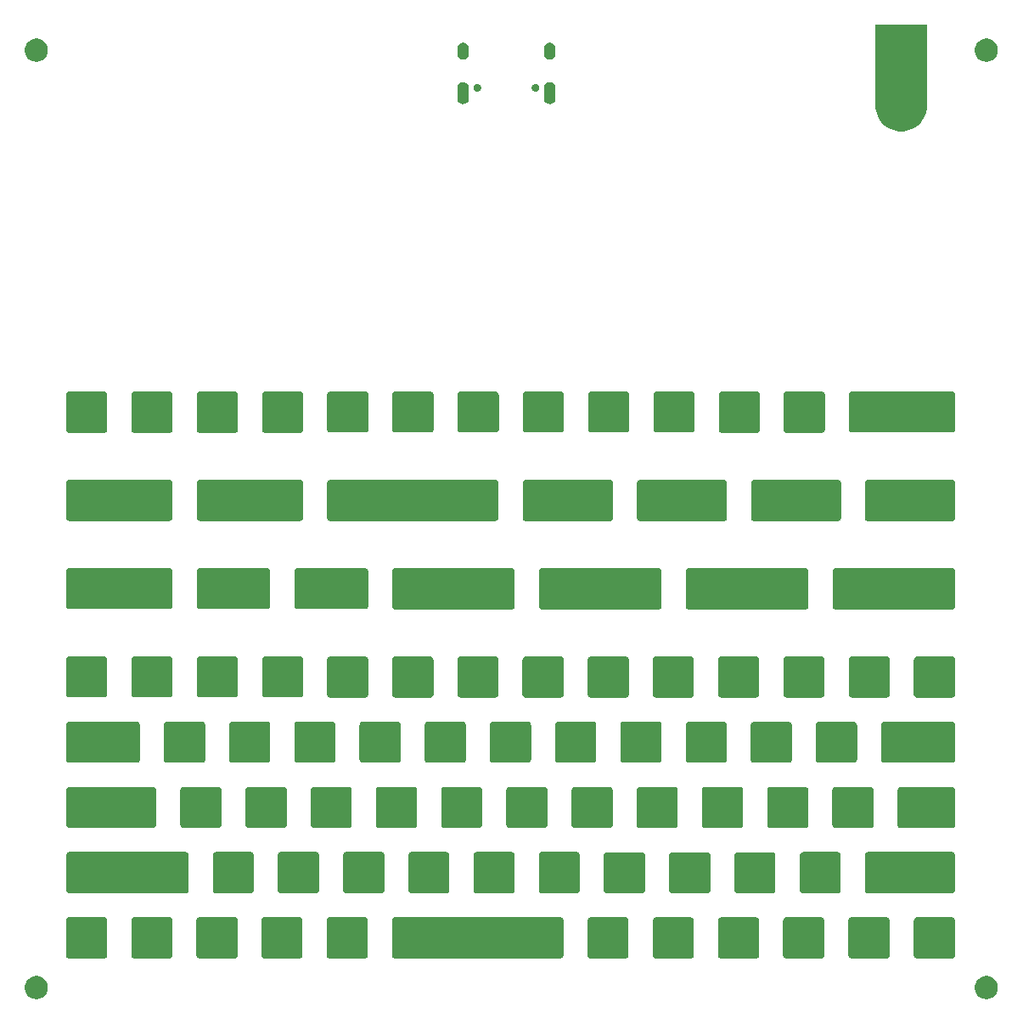
<source format=gbr>
G04 #@! TF.GenerationSoftware,KiCad,Pcbnew,(5.1.2-1)-1*
G04 #@! TF.CreationDate,2020-07-23T10:17:53-07:00*
G04 #@! TF.ProjectId,tiny-touch,74696e79-2d74-46f7-9563-682e6b696361,rev?*
G04 #@! TF.SameCoordinates,Original*
G04 #@! TF.FileFunction,Soldermask,Top*
G04 #@! TF.FilePolarity,Negative*
%FSLAX46Y46*%
G04 Gerber Fmt 4.6, Leading zero omitted, Abs format (unit mm)*
G04 Created by KiCad (PCBNEW (5.1.2-1)-1) date 2020-07-23 10:17:53*
%MOMM*%
%LPD*%
G04 APERTURE LIST*
%ADD10C,0.100000*%
G04 APERTURE END LIST*
D10*
G36*
X209774549Y-136031116D02*
G01*
X209885734Y-136053232D01*
X210095203Y-136139997D01*
X210283720Y-136265960D01*
X210444040Y-136426280D01*
X210570003Y-136614797D01*
X210656768Y-136824266D01*
X210701000Y-137046636D01*
X210701000Y-137273364D01*
X210656768Y-137495734D01*
X210570003Y-137705203D01*
X210444040Y-137893720D01*
X210283720Y-138054040D01*
X210095203Y-138180003D01*
X209885734Y-138266768D01*
X209774549Y-138288884D01*
X209663365Y-138311000D01*
X209436635Y-138311000D01*
X209325451Y-138288884D01*
X209214266Y-138266768D01*
X209004797Y-138180003D01*
X208816280Y-138054040D01*
X208655960Y-137893720D01*
X208529997Y-137705203D01*
X208443232Y-137495734D01*
X208399000Y-137273364D01*
X208399000Y-137046636D01*
X208443232Y-136824266D01*
X208529997Y-136614797D01*
X208655960Y-136426280D01*
X208816280Y-136265960D01*
X209004797Y-136139997D01*
X209214266Y-136053232D01*
X209325451Y-136031116D01*
X209436635Y-136009000D01*
X209663365Y-136009000D01*
X209774549Y-136031116D01*
X209774549Y-136031116D01*
G37*
G36*
X115032549Y-136031116D02*
G01*
X115143734Y-136053232D01*
X115353203Y-136139997D01*
X115541720Y-136265960D01*
X115702040Y-136426280D01*
X115828003Y-136614797D01*
X115914768Y-136824266D01*
X115959000Y-137046636D01*
X115959000Y-137273364D01*
X115914768Y-137495734D01*
X115828003Y-137705203D01*
X115702040Y-137893720D01*
X115541720Y-138054040D01*
X115353203Y-138180003D01*
X115143734Y-138266768D01*
X115032549Y-138288884D01*
X114921365Y-138311000D01*
X114694635Y-138311000D01*
X114583451Y-138288884D01*
X114472266Y-138266768D01*
X114262797Y-138180003D01*
X114074280Y-138054040D01*
X113913960Y-137893720D01*
X113787997Y-137705203D01*
X113701232Y-137495734D01*
X113657000Y-137273364D01*
X113657000Y-137046636D01*
X113701232Y-136824266D01*
X113787997Y-136614797D01*
X113913960Y-136426280D01*
X114074280Y-136265960D01*
X114262797Y-136139997D01*
X114472266Y-136053232D01*
X114583451Y-136031116D01*
X114694635Y-136009000D01*
X114921365Y-136009000D01*
X115032549Y-136031116D01*
X115032549Y-136031116D01*
G37*
G36*
X193131600Y-130155753D02*
G01*
X193189675Y-130173371D01*
X193243203Y-130201982D01*
X193290117Y-130240483D01*
X193328618Y-130287397D01*
X193357229Y-130340925D01*
X193374847Y-130399000D01*
X193381400Y-130465540D01*
X193381400Y-133934860D01*
X193374847Y-134001400D01*
X193357229Y-134059475D01*
X193328618Y-134113003D01*
X193290117Y-134159917D01*
X193243203Y-134198418D01*
X193189675Y-134227029D01*
X193131600Y-134244647D01*
X193065060Y-134251200D01*
X189595740Y-134251200D01*
X189529200Y-134244647D01*
X189471125Y-134227029D01*
X189417597Y-134198418D01*
X189370683Y-134159917D01*
X189332182Y-134113003D01*
X189303571Y-134059475D01*
X189285953Y-134001400D01*
X189279400Y-133934860D01*
X189279400Y-130465540D01*
X189285953Y-130399000D01*
X189303571Y-130340925D01*
X189332182Y-130287397D01*
X189370683Y-130240483D01*
X189417597Y-130201982D01*
X189471125Y-130173371D01*
X189529200Y-130155753D01*
X189595740Y-130149200D01*
X193065060Y-130149200D01*
X193131600Y-130155753D01*
X193131600Y-130155753D01*
G37*
G36*
X186631600Y-130155753D02*
G01*
X186689675Y-130173371D01*
X186743203Y-130201982D01*
X186790117Y-130240483D01*
X186828618Y-130287397D01*
X186857229Y-130340925D01*
X186874847Y-130399000D01*
X186881400Y-130465540D01*
X186881400Y-133934860D01*
X186874847Y-134001400D01*
X186857229Y-134059475D01*
X186828618Y-134113003D01*
X186790117Y-134159917D01*
X186743203Y-134198418D01*
X186689675Y-134227029D01*
X186631600Y-134244647D01*
X186565060Y-134251200D01*
X183095740Y-134251200D01*
X183029200Y-134244647D01*
X182971125Y-134227029D01*
X182917597Y-134198418D01*
X182870683Y-134159917D01*
X182832182Y-134113003D01*
X182803571Y-134059475D01*
X182785953Y-134001400D01*
X182779400Y-133934860D01*
X182779400Y-130465540D01*
X182785953Y-130399000D01*
X182803571Y-130340925D01*
X182832182Y-130287397D01*
X182870683Y-130240483D01*
X182917597Y-130201982D01*
X182971125Y-130173371D01*
X183029200Y-130155753D01*
X183095740Y-130149200D01*
X186565060Y-130149200D01*
X186631600Y-130155753D01*
X186631600Y-130155753D01*
G37*
G36*
X180131600Y-130155753D02*
G01*
X180189675Y-130173371D01*
X180243203Y-130201982D01*
X180290117Y-130240483D01*
X180328618Y-130287397D01*
X180357229Y-130340925D01*
X180374847Y-130399000D01*
X180381400Y-130465540D01*
X180381400Y-133934860D01*
X180374847Y-134001400D01*
X180357229Y-134059475D01*
X180328618Y-134113003D01*
X180290117Y-134159917D01*
X180243203Y-134198418D01*
X180189675Y-134227029D01*
X180131600Y-134244647D01*
X180065060Y-134251200D01*
X176595740Y-134251200D01*
X176529200Y-134244647D01*
X176471125Y-134227029D01*
X176417597Y-134198418D01*
X176370683Y-134159917D01*
X176332182Y-134113003D01*
X176303571Y-134059475D01*
X176285953Y-134001400D01*
X176279400Y-133934860D01*
X176279400Y-130465540D01*
X176285953Y-130399000D01*
X176303571Y-130340925D01*
X176332182Y-130287397D01*
X176370683Y-130240483D01*
X176417597Y-130201982D01*
X176471125Y-130173371D01*
X176529200Y-130155753D01*
X176595740Y-130149200D01*
X180065060Y-130149200D01*
X180131600Y-130155753D01*
X180131600Y-130155753D01*
G37*
G36*
X173621600Y-130155753D02*
G01*
X173679675Y-130173371D01*
X173733203Y-130201982D01*
X173780117Y-130240483D01*
X173818618Y-130287397D01*
X173847229Y-130340925D01*
X173864847Y-130399000D01*
X173871400Y-130465540D01*
X173871400Y-133934860D01*
X173864847Y-134001400D01*
X173847229Y-134059475D01*
X173818618Y-134113003D01*
X173780117Y-134159917D01*
X173733203Y-134198418D01*
X173679675Y-134227029D01*
X173621600Y-134244647D01*
X173555060Y-134251200D01*
X170085740Y-134251200D01*
X170019200Y-134244647D01*
X169961125Y-134227029D01*
X169907597Y-134198418D01*
X169860683Y-134159917D01*
X169822182Y-134113003D01*
X169793571Y-134059475D01*
X169775953Y-134001400D01*
X169769400Y-133934860D01*
X169769400Y-130465540D01*
X169775953Y-130399000D01*
X169793571Y-130340925D01*
X169822182Y-130287397D01*
X169860683Y-130240483D01*
X169907597Y-130201982D01*
X169961125Y-130173371D01*
X170019200Y-130155753D01*
X170085740Y-130149200D01*
X173555060Y-130149200D01*
X173621600Y-130155753D01*
X173621600Y-130155753D01*
G37*
G36*
X199641600Y-130155753D02*
G01*
X199699675Y-130173371D01*
X199753203Y-130201982D01*
X199800117Y-130240483D01*
X199838618Y-130287397D01*
X199867229Y-130340925D01*
X199884847Y-130399000D01*
X199891400Y-130465540D01*
X199891400Y-133934860D01*
X199884847Y-134001400D01*
X199867229Y-134059475D01*
X199838618Y-134113003D01*
X199800117Y-134159917D01*
X199753203Y-134198418D01*
X199699675Y-134227029D01*
X199641600Y-134244647D01*
X199575060Y-134251200D01*
X196105740Y-134251200D01*
X196039200Y-134244647D01*
X195981125Y-134227029D01*
X195927597Y-134198418D01*
X195880683Y-134159917D01*
X195842182Y-134113003D01*
X195813571Y-134059475D01*
X195795953Y-134001400D01*
X195789400Y-133934860D01*
X195789400Y-130465540D01*
X195795953Y-130399000D01*
X195813571Y-130340925D01*
X195842182Y-130287397D01*
X195880683Y-130240483D01*
X195927597Y-130201982D01*
X195981125Y-130173371D01*
X196039200Y-130155753D01*
X196105740Y-130149200D01*
X199575060Y-130149200D01*
X199641600Y-130155753D01*
X199641600Y-130155753D01*
G37*
G36*
X206171600Y-130155753D02*
G01*
X206229675Y-130173371D01*
X206283203Y-130201982D01*
X206330117Y-130240483D01*
X206368618Y-130287397D01*
X206397229Y-130340925D01*
X206414847Y-130399000D01*
X206421400Y-130465540D01*
X206421400Y-133934860D01*
X206414847Y-134001400D01*
X206397229Y-134059475D01*
X206368618Y-134113003D01*
X206330117Y-134159917D01*
X206283203Y-134198418D01*
X206229675Y-134227029D01*
X206171600Y-134244647D01*
X206105060Y-134251200D01*
X202635740Y-134251200D01*
X202569200Y-134244647D01*
X202511125Y-134227029D01*
X202457597Y-134198418D01*
X202410683Y-134159917D01*
X202372182Y-134113003D01*
X202343571Y-134059475D01*
X202325953Y-134001400D01*
X202319400Y-133934860D01*
X202319400Y-130465540D01*
X202325953Y-130399000D01*
X202343571Y-130340925D01*
X202372182Y-130287397D01*
X202410683Y-130240483D01*
X202457597Y-130201982D01*
X202511125Y-130173371D01*
X202569200Y-130155753D01*
X202635740Y-130149200D01*
X206105060Y-130149200D01*
X206171600Y-130155753D01*
X206171600Y-130155753D01*
G37*
G36*
X121621600Y-130145753D02*
G01*
X121679675Y-130163371D01*
X121733203Y-130191982D01*
X121780117Y-130230483D01*
X121818618Y-130277397D01*
X121847229Y-130330925D01*
X121864847Y-130389000D01*
X121871400Y-130455540D01*
X121871400Y-133924860D01*
X121864847Y-133991400D01*
X121847229Y-134049475D01*
X121818618Y-134103003D01*
X121780117Y-134149917D01*
X121733203Y-134188418D01*
X121679675Y-134217029D01*
X121621600Y-134234647D01*
X121555060Y-134241200D01*
X118085740Y-134241200D01*
X118019200Y-134234647D01*
X117961125Y-134217029D01*
X117907597Y-134188418D01*
X117860683Y-134149917D01*
X117822182Y-134103003D01*
X117793571Y-134049475D01*
X117775953Y-133991400D01*
X117769400Y-133924860D01*
X117769400Y-130455540D01*
X117775953Y-130389000D01*
X117793571Y-130330925D01*
X117822182Y-130277397D01*
X117860683Y-130230483D01*
X117907597Y-130191982D01*
X117961125Y-130163371D01*
X118019200Y-130145753D01*
X118085740Y-130139200D01*
X121555060Y-130139200D01*
X121621600Y-130145753D01*
X121621600Y-130145753D01*
G37*
G36*
X128121600Y-130145753D02*
G01*
X128179675Y-130163371D01*
X128233203Y-130191982D01*
X128280117Y-130230483D01*
X128318618Y-130277397D01*
X128347229Y-130330925D01*
X128364847Y-130389000D01*
X128371400Y-130455540D01*
X128371400Y-133924860D01*
X128364847Y-133991400D01*
X128347229Y-134049475D01*
X128318618Y-134103003D01*
X128280117Y-134149917D01*
X128233203Y-134188418D01*
X128179675Y-134217029D01*
X128121600Y-134234647D01*
X128055060Y-134241200D01*
X124585740Y-134241200D01*
X124519200Y-134234647D01*
X124461125Y-134217029D01*
X124407597Y-134188418D01*
X124360683Y-134149917D01*
X124322182Y-134103003D01*
X124293571Y-134049475D01*
X124275953Y-133991400D01*
X124269400Y-133924860D01*
X124269400Y-130455540D01*
X124275953Y-130389000D01*
X124293571Y-130330925D01*
X124322182Y-130277397D01*
X124360683Y-130230483D01*
X124407597Y-130191982D01*
X124461125Y-130163371D01*
X124519200Y-130145753D01*
X124585740Y-130139200D01*
X128055060Y-130139200D01*
X128121600Y-130145753D01*
X128121600Y-130145753D01*
G37*
G36*
X134621600Y-130145753D02*
G01*
X134679675Y-130163371D01*
X134733203Y-130191982D01*
X134780117Y-130230483D01*
X134818618Y-130277397D01*
X134847229Y-130330925D01*
X134864847Y-130389000D01*
X134871400Y-130455540D01*
X134871400Y-133924860D01*
X134864847Y-133991400D01*
X134847229Y-134049475D01*
X134818618Y-134103003D01*
X134780117Y-134149917D01*
X134733203Y-134188418D01*
X134679675Y-134217029D01*
X134621600Y-134234647D01*
X134555060Y-134241200D01*
X131085740Y-134241200D01*
X131019200Y-134234647D01*
X130961125Y-134217029D01*
X130907597Y-134188418D01*
X130860683Y-134149917D01*
X130822182Y-134103003D01*
X130793571Y-134049475D01*
X130775953Y-133991400D01*
X130769400Y-133924860D01*
X130769400Y-130455540D01*
X130775953Y-130389000D01*
X130793571Y-130330925D01*
X130822182Y-130277397D01*
X130860683Y-130230483D01*
X130907597Y-130191982D01*
X130961125Y-130163371D01*
X131019200Y-130145753D01*
X131085740Y-130139200D01*
X134555060Y-130139200D01*
X134621600Y-130145753D01*
X134621600Y-130145753D01*
G37*
G36*
X141111600Y-130145753D02*
G01*
X141169675Y-130163371D01*
X141223203Y-130191982D01*
X141270117Y-130230483D01*
X141308618Y-130277397D01*
X141337229Y-130330925D01*
X141354847Y-130389000D01*
X141361400Y-130455540D01*
X141361400Y-133924860D01*
X141354847Y-133991400D01*
X141337229Y-134049475D01*
X141308618Y-134103003D01*
X141270117Y-134149917D01*
X141223203Y-134188418D01*
X141169675Y-134217029D01*
X141111600Y-134234647D01*
X141045060Y-134241200D01*
X137575740Y-134241200D01*
X137509200Y-134234647D01*
X137451125Y-134217029D01*
X137397597Y-134188418D01*
X137350683Y-134149917D01*
X137312182Y-134103003D01*
X137283571Y-134049475D01*
X137265953Y-133991400D01*
X137259400Y-133924860D01*
X137259400Y-130455540D01*
X137265953Y-130389000D01*
X137283571Y-130330925D01*
X137312182Y-130277397D01*
X137350683Y-130230483D01*
X137397597Y-130191982D01*
X137451125Y-130163371D01*
X137509200Y-130145753D01*
X137575740Y-130139200D01*
X141045060Y-130139200D01*
X141111600Y-130145753D01*
X141111600Y-130145753D01*
G37*
G36*
X147611600Y-130145753D02*
G01*
X147669675Y-130163371D01*
X147723203Y-130191982D01*
X147770117Y-130230483D01*
X147808618Y-130277397D01*
X147837229Y-130330925D01*
X147854847Y-130389000D01*
X147861400Y-130455540D01*
X147861400Y-133924860D01*
X147854847Y-133991400D01*
X147837229Y-134049475D01*
X147808618Y-134103003D01*
X147770117Y-134149917D01*
X147723203Y-134188418D01*
X147669675Y-134217029D01*
X147611600Y-134234647D01*
X147545060Y-134241200D01*
X144075740Y-134241200D01*
X144009200Y-134234647D01*
X143951125Y-134217029D01*
X143897597Y-134188418D01*
X143850683Y-134149917D01*
X143812182Y-134103003D01*
X143783571Y-134049475D01*
X143765953Y-133991400D01*
X143759400Y-133924860D01*
X143759400Y-130455540D01*
X143765953Y-130389000D01*
X143783571Y-130330925D01*
X143812182Y-130277397D01*
X143850683Y-130230483D01*
X143897597Y-130191982D01*
X143951125Y-130163371D01*
X144009200Y-130145753D01*
X144075740Y-130139200D01*
X147545060Y-130139200D01*
X147611600Y-130145753D01*
X147611600Y-130145753D01*
G37*
G36*
X167121000Y-130145353D02*
G01*
X167179075Y-130162971D01*
X167232603Y-130191582D01*
X167279517Y-130230083D01*
X167318018Y-130276997D01*
X167346629Y-130330525D01*
X167364247Y-130388600D01*
X167370800Y-130455140D01*
X167370800Y-133924460D01*
X167364247Y-133991000D01*
X167346629Y-134049075D01*
X167318018Y-134102603D01*
X167279517Y-134149517D01*
X167232603Y-134188018D01*
X167179075Y-134216629D01*
X167121000Y-134234247D01*
X167054460Y-134240800D01*
X150585140Y-134240800D01*
X150518600Y-134234247D01*
X150460525Y-134216629D01*
X150406997Y-134188018D01*
X150360083Y-134149517D01*
X150321582Y-134102603D01*
X150292971Y-134049075D01*
X150275353Y-133991000D01*
X150268800Y-133924460D01*
X150268800Y-130455140D01*
X150275353Y-130388600D01*
X150292971Y-130330525D01*
X150321582Y-130276997D01*
X150360083Y-130230083D01*
X150406997Y-130191582D01*
X150460525Y-130162971D01*
X150518600Y-130145353D01*
X150585140Y-130138800D01*
X167054460Y-130138800D01*
X167121000Y-130145353D01*
X167121000Y-130145353D01*
G37*
G36*
X175251600Y-123655753D02*
G01*
X175309675Y-123673371D01*
X175363203Y-123701982D01*
X175410117Y-123740483D01*
X175448618Y-123787397D01*
X175477229Y-123840925D01*
X175494847Y-123899000D01*
X175501400Y-123965540D01*
X175501400Y-127434860D01*
X175494847Y-127501400D01*
X175477229Y-127559475D01*
X175448618Y-127613003D01*
X175410117Y-127659917D01*
X175363203Y-127698418D01*
X175309675Y-127727029D01*
X175251600Y-127744647D01*
X175185060Y-127751200D01*
X171715740Y-127751200D01*
X171649200Y-127744647D01*
X171591125Y-127727029D01*
X171537597Y-127698418D01*
X171490683Y-127659917D01*
X171452182Y-127613003D01*
X171423571Y-127559475D01*
X171405953Y-127501400D01*
X171399400Y-127434860D01*
X171399400Y-123965540D01*
X171405953Y-123899000D01*
X171423571Y-123840925D01*
X171452182Y-123787397D01*
X171490683Y-123740483D01*
X171537597Y-123701982D01*
X171591125Y-123673371D01*
X171649200Y-123655753D01*
X171715740Y-123649200D01*
X175185060Y-123649200D01*
X175251600Y-123655753D01*
X175251600Y-123655753D01*
G37*
G36*
X181761600Y-123655753D02*
G01*
X181819675Y-123673371D01*
X181873203Y-123701982D01*
X181920117Y-123740483D01*
X181958618Y-123787397D01*
X181987229Y-123840925D01*
X182004847Y-123899000D01*
X182011400Y-123965540D01*
X182011400Y-127434860D01*
X182004847Y-127501400D01*
X181987229Y-127559475D01*
X181958618Y-127613003D01*
X181920117Y-127659917D01*
X181873203Y-127698418D01*
X181819675Y-127727029D01*
X181761600Y-127744647D01*
X181695060Y-127751200D01*
X178225740Y-127751200D01*
X178159200Y-127744647D01*
X178101125Y-127727029D01*
X178047597Y-127698418D01*
X178000683Y-127659917D01*
X177962182Y-127613003D01*
X177933571Y-127559475D01*
X177915953Y-127501400D01*
X177909400Y-127434860D01*
X177909400Y-123965540D01*
X177915953Y-123899000D01*
X177933571Y-123840925D01*
X177962182Y-123787397D01*
X178000683Y-123740483D01*
X178047597Y-123701982D01*
X178101125Y-123673371D01*
X178159200Y-123655753D01*
X178225740Y-123649200D01*
X181695060Y-123649200D01*
X181761600Y-123655753D01*
X181761600Y-123655753D01*
G37*
G36*
X188261600Y-123655753D02*
G01*
X188319675Y-123673371D01*
X188373203Y-123701982D01*
X188420117Y-123740483D01*
X188458618Y-123787397D01*
X188487229Y-123840925D01*
X188504847Y-123899000D01*
X188511400Y-123965540D01*
X188511400Y-127434860D01*
X188504847Y-127501400D01*
X188487229Y-127559475D01*
X188458618Y-127613003D01*
X188420117Y-127659917D01*
X188373203Y-127698418D01*
X188319675Y-127727029D01*
X188261600Y-127744647D01*
X188195060Y-127751200D01*
X184725740Y-127751200D01*
X184659200Y-127744647D01*
X184601125Y-127727029D01*
X184547597Y-127698418D01*
X184500683Y-127659917D01*
X184462182Y-127613003D01*
X184433571Y-127559475D01*
X184415953Y-127501400D01*
X184409400Y-127434860D01*
X184409400Y-123965540D01*
X184415953Y-123899000D01*
X184433571Y-123840925D01*
X184462182Y-123787397D01*
X184500683Y-123740483D01*
X184547597Y-123701982D01*
X184601125Y-123673371D01*
X184659200Y-123655753D01*
X184725740Y-123649200D01*
X188195060Y-123649200D01*
X188261600Y-123655753D01*
X188261600Y-123655753D01*
G37*
G36*
X194781600Y-123653753D02*
G01*
X194839675Y-123671371D01*
X194893203Y-123699982D01*
X194940117Y-123738483D01*
X194978618Y-123785397D01*
X195007229Y-123838925D01*
X195024847Y-123897000D01*
X195031400Y-123963540D01*
X195031400Y-127432860D01*
X195024847Y-127499400D01*
X195007229Y-127557475D01*
X194978618Y-127611003D01*
X194940117Y-127657917D01*
X194893203Y-127696418D01*
X194839675Y-127725029D01*
X194781600Y-127742647D01*
X194715060Y-127749200D01*
X191245740Y-127749200D01*
X191179200Y-127742647D01*
X191121125Y-127725029D01*
X191067597Y-127696418D01*
X191020683Y-127657917D01*
X190982182Y-127611003D01*
X190953571Y-127557475D01*
X190935953Y-127499400D01*
X190929400Y-127432860D01*
X190929400Y-123963540D01*
X190935953Y-123897000D01*
X190953571Y-123838925D01*
X190982182Y-123785397D01*
X191020683Y-123738483D01*
X191067597Y-123699982D01*
X191121125Y-123671371D01*
X191179200Y-123653753D01*
X191245740Y-123647200D01*
X194715060Y-123647200D01*
X194781600Y-123653753D01*
X194781600Y-123653753D01*
G37*
G36*
X168751600Y-123645753D02*
G01*
X168809675Y-123663371D01*
X168863203Y-123691982D01*
X168910117Y-123730483D01*
X168948618Y-123777397D01*
X168977229Y-123830925D01*
X168994847Y-123889000D01*
X169001400Y-123955540D01*
X169001400Y-127424860D01*
X168994847Y-127491400D01*
X168977229Y-127549475D01*
X168948618Y-127603003D01*
X168910117Y-127649917D01*
X168863203Y-127688418D01*
X168809675Y-127717029D01*
X168751600Y-127734647D01*
X168685060Y-127741200D01*
X165215740Y-127741200D01*
X165149200Y-127734647D01*
X165091125Y-127717029D01*
X165037597Y-127688418D01*
X164990683Y-127649917D01*
X164952182Y-127603003D01*
X164923571Y-127549475D01*
X164905953Y-127491400D01*
X164899400Y-127424860D01*
X164899400Y-123955540D01*
X164905953Y-123889000D01*
X164923571Y-123830925D01*
X164952182Y-123777397D01*
X164990683Y-123730483D01*
X165037597Y-123691982D01*
X165091125Y-123663371D01*
X165149200Y-123645753D01*
X165215740Y-123639200D01*
X168685060Y-123639200D01*
X168751600Y-123645753D01*
X168751600Y-123645753D01*
G37*
G36*
X162251600Y-123645753D02*
G01*
X162309675Y-123663371D01*
X162363203Y-123691982D01*
X162410117Y-123730483D01*
X162448618Y-123777397D01*
X162477229Y-123830925D01*
X162494847Y-123889000D01*
X162501400Y-123955540D01*
X162501400Y-127424860D01*
X162494847Y-127491400D01*
X162477229Y-127549475D01*
X162448618Y-127603003D01*
X162410117Y-127649917D01*
X162363203Y-127688418D01*
X162309675Y-127717029D01*
X162251600Y-127734647D01*
X162185060Y-127741200D01*
X158715740Y-127741200D01*
X158649200Y-127734647D01*
X158591125Y-127717029D01*
X158537597Y-127688418D01*
X158490683Y-127649917D01*
X158452182Y-127603003D01*
X158423571Y-127549475D01*
X158405953Y-127491400D01*
X158399400Y-127424860D01*
X158399400Y-123955540D01*
X158405953Y-123889000D01*
X158423571Y-123830925D01*
X158452182Y-123777397D01*
X158490683Y-123730483D01*
X158537597Y-123691982D01*
X158591125Y-123663371D01*
X158649200Y-123645753D01*
X158715740Y-123639200D01*
X162185060Y-123639200D01*
X162251600Y-123645753D01*
X162251600Y-123645753D01*
G37*
G36*
X155751600Y-123645753D02*
G01*
X155809675Y-123663371D01*
X155863203Y-123691982D01*
X155910117Y-123730483D01*
X155948618Y-123777397D01*
X155977229Y-123830925D01*
X155994847Y-123889000D01*
X156001400Y-123955540D01*
X156001400Y-127424860D01*
X155994847Y-127491400D01*
X155977229Y-127549475D01*
X155948618Y-127603003D01*
X155910117Y-127649917D01*
X155863203Y-127688418D01*
X155809675Y-127717029D01*
X155751600Y-127734647D01*
X155685060Y-127741200D01*
X152215740Y-127741200D01*
X152149200Y-127734647D01*
X152091125Y-127717029D01*
X152037597Y-127688418D01*
X151990683Y-127649917D01*
X151952182Y-127603003D01*
X151923571Y-127549475D01*
X151905953Y-127491400D01*
X151899400Y-127424860D01*
X151899400Y-123955540D01*
X151905953Y-123889000D01*
X151923571Y-123830925D01*
X151952182Y-123777397D01*
X151990683Y-123730483D01*
X152037597Y-123691982D01*
X152091125Y-123663371D01*
X152149200Y-123645753D01*
X152215740Y-123639200D01*
X155685060Y-123639200D01*
X155751600Y-123645753D01*
X155751600Y-123645753D01*
G37*
G36*
X149251600Y-123645753D02*
G01*
X149309675Y-123663371D01*
X149363203Y-123691982D01*
X149410117Y-123730483D01*
X149448618Y-123777397D01*
X149477229Y-123830925D01*
X149494847Y-123889000D01*
X149501400Y-123955540D01*
X149501400Y-127424860D01*
X149494847Y-127491400D01*
X149477229Y-127549475D01*
X149448618Y-127603003D01*
X149410117Y-127649917D01*
X149363203Y-127688418D01*
X149309675Y-127717029D01*
X149251600Y-127734647D01*
X149185060Y-127741200D01*
X145715740Y-127741200D01*
X145649200Y-127734647D01*
X145591125Y-127717029D01*
X145537597Y-127688418D01*
X145490683Y-127649917D01*
X145452182Y-127603003D01*
X145423571Y-127549475D01*
X145405953Y-127491400D01*
X145399400Y-127424860D01*
X145399400Y-123955540D01*
X145405953Y-123889000D01*
X145423571Y-123830925D01*
X145452182Y-123777397D01*
X145490683Y-123730483D01*
X145537597Y-123691982D01*
X145591125Y-123663371D01*
X145649200Y-123645753D01*
X145715740Y-123639200D01*
X149185060Y-123639200D01*
X149251600Y-123645753D01*
X149251600Y-123645753D01*
G37*
G36*
X142751600Y-123645753D02*
G01*
X142809675Y-123663371D01*
X142863203Y-123691982D01*
X142910117Y-123730483D01*
X142948618Y-123777397D01*
X142977229Y-123830925D01*
X142994847Y-123889000D01*
X143001400Y-123955540D01*
X143001400Y-127424860D01*
X142994847Y-127491400D01*
X142977229Y-127549475D01*
X142948618Y-127603003D01*
X142910117Y-127649917D01*
X142863203Y-127688418D01*
X142809675Y-127717029D01*
X142751600Y-127734647D01*
X142685060Y-127741200D01*
X139215740Y-127741200D01*
X139149200Y-127734647D01*
X139091125Y-127717029D01*
X139037597Y-127688418D01*
X138990683Y-127649917D01*
X138952182Y-127603003D01*
X138923571Y-127549475D01*
X138905953Y-127491400D01*
X138899400Y-127424860D01*
X138899400Y-123955540D01*
X138905953Y-123889000D01*
X138923571Y-123830925D01*
X138952182Y-123777397D01*
X138990683Y-123730483D01*
X139037597Y-123691982D01*
X139091125Y-123663371D01*
X139149200Y-123645753D01*
X139215740Y-123639200D01*
X142685060Y-123639200D01*
X142751600Y-123645753D01*
X142751600Y-123645753D01*
G37*
G36*
X136251600Y-123645753D02*
G01*
X136309675Y-123663371D01*
X136363203Y-123691982D01*
X136410117Y-123730483D01*
X136448618Y-123777397D01*
X136477229Y-123830925D01*
X136494847Y-123889000D01*
X136501400Y-123955540D01*
X136501400Y-127424860D01*
X136494847Y-127491400D01*
X136477229Y-127549475D01*
X136448618Y-127603003D01*
X136410117Y-127649917D01*
X136363203Y-127688418D01*
X136309675Y-127717029D01*
X136251600Y-127734647D01*
X136185060Y-127741200D01*
X132715740Y-127741200D01*
X132649200Y-127734647D01*
X132591125Y-127717029D01*
X132537597Y-127688418D01*
X132490683Y-127649917D01*
X132452182Y-127603003D01*
X132423571Y-127549475D01*
X132405953Y-127491400D01*
X132399400Y-127424860D01*
X132399400Y-123955540D01*
X132405953Y-123889000D01*
X132423571Y-123830925D01*
X132452182Y-123777397D01*
X132490683Y-123730483D01*
X132537597Y-123691982D01*
X132591125Y-123663371D01*
X132649200Y-123645753D01*
X132715740Y-123639200D01*
X136185060Y-123639200D01*
X136251600Y-123645753D01*
X136251600Y-123645753D01*
G37*
G36*
X129753900Y-123645753D02*
G01*
X129811975Y-123663371D01*
X129865503Y-123691982D01*
X129912417Y-123730483D01*
X129950918Y-123777397D01*
X129979529Y-123830925D01*
X129997147Y-123889000D01*
X130003700Y-123955540D01*
X130003700Y-127424860D01*
X129997147Y-127491400D01*
X129979529Y-127549475D01*
X129950918Y-127603003D01*
X129912417Y-127649917D01*
X129865503Y-127688418D01*
X129811975Y-127717029D01*
X129753900Y-127734647D01*
X129687360Y-127741200D01*
X118093040Y-127741200D01*
X118026500Y-127734647D01*
X117968425Y-127717029D01*
X117914897Y-127688418D01*
X117867983Y-127649917D01*
X117829482Y-127603003D01*
X117800871Y-127549475D01*
X117783253Y-127491400D01*
X117776700Y-127424860D01*
X117776700Y-123955540D01*
X117783253Y-123889000D01*
X117800871Y-123830925D01*
X117829482Y-123777397D01*
X117867983Y-123730483D01*
X117914897Y-123691982D01*
X117968425Y-123663371D01*
X118026500Y-123645753D01*
X118093040Y-123639200D01*
X129687360Y-123639200D01*
X129753900Y-123645753D01*
X129753900Y-123645753D01*
G37*
G36*
X206168700Y-123645353D02*
G01*
X206226775Y-123662971D01*
X206280303Y-123691582D01*
X206327217Y-123730083D01*
X206365718Y-123776997D01*
X206394329Y-123830525D01*
X206411947Y-123888600D01*
X206418500Y-123955140D01*
X206418500Y-127424460D01*
X206411947Y-127491000D01*
X206394329Y-127549075D01*
X206365718Y-127602603D01*
X206327217Y-127649517D01*
X206280303Y-127688018D01*
X206226775Y-127716629D01*
X206168700Y-127734247D01*
X206102160Y-127740800D01*
X197757840Y-127740800D01*
X197691300Y-127734247D01*
X197633225Y-127716629D01*
X197579697Y-127688018D01*
X197532783Y-127649517D01*
X197494282Y-127602603D01*
X197465671Y-127549075D01*
X197448053Y-127491000D01*
X197441500Y-127424460D01*
X197441500Y-123955140D01*
X197448053Y-123888600D01*
X197465671Y-123830525D01*
X197494282Y-123776997D01*
X197532783Y-123730083D01*
X197579697Y-123691582D01*
X197633225Y-123662971D01*
X197691300Y-123645353D01*
X197757840Y-123638800D01*
X206102160Y-123638800D01*
X206168700Y-123645353D01*
X206168700Y-123645353D01*
G37*
G36*
X178531600Y-117155753D02*
G01*
X178589675Y-117173371D01*
X178643203Y-117201982D01*
X178690117Y-117240483D01*
X178728618Y-117287397D01*
X178757229Y-117340925D01*
X178774847Y-117399000D01*
X178781400Y-117465540D01*
X178781400Y-120934860D01*
X178774847Y-121001400D01*
X178757229Y-121059475D01*
X178728618Y-121113003D01*
X178690117Y-121159917D01*
X178643203Y-121198418D01*
X178589675Y-121227029D01*
X178531600Y-121244647D01*
X178465060Y-121251200D01*
X174995740Y-121251200D01*
X174929200Y-121244647D01*
X174871125Y-121227029D01*
X174817597Y-121198418D01*
X174770683Y-121159917D01*
X174732182Y-121113003D01*
X174703571Y-121059475D01*
X174685953Y-121001400D01*
X174679400Y-120934860D01*
X174679400Y-117465540D01*
X174685953Y-117399000D01*
X174703571Y-117340925D01*
X174732182Y-117287397D01*
X174770683Y-117240483D01*
X174817597Y-117201982D01*
X174871125Y-117173371D01*
X174929200Y-117155753D01*
X174995740Y-117149200D01*
X178465060Y-117149200D01*
X178531600Y-117155753D01*
X178531600Y-117155753D01*
G37*
G36*
X185031600Y-117155753D02*
G01*
X185089675Y-117173371D01*
X185143203Y-117201982D01*
X185190117Y-117240483D01*
X185228618Y-117287397D01*
X185257229Y-117340925D01*
X185274847Y-117399000D01*
X185281400Y-117465540D01*
X185281400Y-120934860D01*
X185274847Y-121001400D01*
X185257229Y-121059475D01*
X185228618Y-121113003D01*
X185190117Y-121159917D01*
X185143203Y-121198418D01*
X185089675Y-121227029D01*
X185031600Y-121244647D01*
X184965060Y-121251200D01*
X181495740Y-121251200D01*
X181429200Y-121244647D01*
X181371125Y-121227029D01*
X181317597Y-121198418D01*
X181270683Y-121159917D01*
X181232182Y-121113003D01*
X181203571Y-121059475D01*
X181185953Y-121001400D01*
X181179400Y-120934860D01*
X181179400Y-117465540D01*
X181185953Y-117399000D01*
X181203571Y-117340925D01*
X181232182Y-117287397D01*
X181270683Y-117240483D01*
X181317597Y-117201982D01*
X181371125Y-117173371D01*
X181429200Y-117155753D01*
X181495740Y-117149200D01*
X184965060Y-117149200D01*
X185031600Y-117155753D01*
X185031600Y-117155753D01*
G37*
G36*
X191541600Y-117155753D02*
G01*
X191599675Y-117173371D01*
X191653203Y-117201982D01*
X191700117Y-117240483D01*
X191738618Y-117287397D01*
X191767229Y-117340925D01*
X191784847Y-117399000D01*
X191791400Y-117465540D01*
X191791400Y-120934860D01*
X191784847Y-121001400D01*
X191767229Y-121059475D01*
X191738618Y-121113003D01*
X191700117Y-121159917D01*
X191653203Y-121198418D01*
X191599675Y-121227029D01*
X191541600Y-121244647D01*
X191475060Y-121251200D01*
X188005740Y-121251200D01*
X187939200Y-121244647D01*
X187881125Y-121227029D01*
X187827597Y-121198418D01*
X187780683Y-121159917D01*
X187742182Y-121113003D01*
X187713571Y-121059475D01*
X187695953Y-121001400D01*
X187689400Y-120934860D01*
X187689400Y-117465540D01*
X187695953Y-117399000D01*
X187713571Y-117340925D01*
X187742182Y-117287397D01*
X187780683Y-117240483D01*
X187827597Y-117201982D01*
X187881125Y-117173371D01*
X187939200Y-117155753D01*
X188005740Y-117149200D01*
X191475060Y-117149200D01*
X191541600Y-117155753D01*
X191541600Y-117155753D01*
G37*
G36*
X198041600Y-117155753D02*
G01*
X198099675Y-117173371D01*
X198153203Y-117201982D01*
X198200117Y-117240483D01*
X198238618Y-117287397D01*
X198267229Y-117340925D01*
X198284847Y-117399000D01*
X198291400Y-117465540D01*
X198291400Y-120934860D01*
X198284847Y-121001400D01*
X198267229Y-121059475D01*
X198238618Y-121113003D01*
X198200117Y-121159917D01*
X198153203Y-121198418D01*
X198099675Y-121227029D01*
X198041600Y-121244647D01*
X197975060Y-121251200D01*
X194505740Y-121251200D01*
X194439200Y-121244647D01*
X194381125Y-121227029D01*
X194327597Y-121198418D01*
X194280683Y-121159917D01*
X194242182Y-121113003D01*
X194213571Y-121059475D01*
X194195953Y-121001400D01*
X194189400Y-120934860D01*
X194189400Y-117465540D01*
X194195953Y-117399000D01*
X194213571Y-117340925D01*
X194242182Y-117287397D01*
X194280683Y-117240483D01*
X194327597Y-117201982D01*
X194381125Y-117173371D01*
X194439200Y-117155753D01*
X194505740Y-117149200D01*
X197975060Y-117149200D01*
X198041600Y-117155753D01*
X198041600Y-117155753D01*
G37*
G36*
X206173900Y-117155153D02*
G01*
X206231975Y-117172771D01*
X206285503Y-117201382D01*
X206332417Y-117239883D01*
X206370918Y-117286797D01*
X206399529Y-117340325D01*
X206417147Y-117398400D01*
X206423700Y-117464940D01*
X206423700Y-120934260D01*
X206417147Y-121000800D01*
X206399529Y-121058875D01*
X206370918Y-121112403D01*
X206332417Y-121159317D01*
X206285503Y-121197818D01*
X206231975Y-121226429D01*
X206173900Y-121244047D01*
X206107360Y-121250600D01*
X201013040Y-121250600D01*
X200946500Y-121244047D01*
X200888425Y-121226429D01*
X200834897Y-121197818D01*
X200787983Y-121159317D01*
X200749482Y-121112403D01*
X200720871Y-121058875D01*
X200703253Y-121000800D01*
X200696700Y-120934260D01*
X200696700Y-117464940D01*
X200703253Y-117398400D01*
X200720871Y-117340325D01*
X200749482Y-117286797D01*
X200787983Y-117239883D01*
X200834897Y-117201382D01*
X200888425Y-117172771D01*
X200946500Y-117155153D01*
X201013040Y-117148600D01*
X206107360Y-117148600D01*
X206173900Y-117155153D01*
X206173900Y-117155153D01*
G37*
G36*
X146021600Y-117145753D02*
G01*
X146079675Y-117163371D01*
X146133203Y-117191982D01*
X146180117Y-117230483D01*
X146218618Y-117277397D01*
X146247229Y-117330925D01*
X146264847Y-117389000D01*
X146271400Y-117455540D01*
X146271400Y-120924860D01*
X146264847Y-120991400D01*
X146247229Y-121049475D01*
X146218618Y-121103003D01*
X146180117Y-121149917D01*
X146133203Y-121188418D01*
X146079675Y-121217029D01*
X146021600Y-121234647D01*
X145955060Y-121241200D01*
X142485740Y-121241200D01*
X142419200Y-121234647D01*
X142361125Y-121217029D01*
X142307597Y-121188418D01*
X142260683Y-121149917D01*
X142222182Y-121103003D01*
X142193571Y-121049475D01*
X142175953Y-120991400D01*
X142169400Y-120924860D01*
X142169400Y-117455540D01*
X142175953Y-117389000D01*
X142193571Y-117330925D01*
X142222182Y-117277397D01*
X142260683Y-117230483D01*
X142307597Y-117191982D01*
X142361125Y-117163371D01*
X142419200Y-117145753D01*
X142485740Y-117139200D01*
X145955060Y-117139200D01*
X146021600Y-117145753D01*
X146021600Y-117145753D01*
G37*
G36*
X172031600Y-117145753D02*
G01*
X172089675Y-117163371D01*
X172143203Y-117191982D01*
X172190117Y-117230483D01*
X172228618Y-117277397D01*
X172257229Y-117330925D01*
X172274847Y-117389000D01*
X172281400Y-117455540D01*
X172281400Y-120924860D01*
X172274847Y-120991400D01*
X172257229Y-121049475D01*
X172228618Y-121103003D01*
X172190117Y-121149917D01*
X172143203Y-121188418D01*
X172089675Y-121217029D01*
X172031600Y-121234647D01*
X171965060Y-121241200D01*
X168495740Y-121241200D01*
X168429200Y-121234647D01*
X168371125Y-121217029D01*
X168317597Y-121188418D01*
X168270683Y-121149917D01*
X168232182Y-121103003D01*
X168203571Y-121049475D01*
X168185953Y-120991400D01*
X168179400Y-120924860D01*
X168179400Y-117455540D01*
X168185953Y-117389000D01*
X168203571Y-117330925D01*
X168232182Y-117277397D01*
X168270683Y-117230483D01*
X168317597Y-117191982D01*
X168371125Y-117163371D01*
X168429200Y-117145753D01*
X168495740Y-117139200D01*
X171965060Y-117139200D01*
X172031600Y-117145753D01*
X172031600Y-117145753D01*
G37*
G36*
X165531600Y-117145753D02*
G01*
X165589675Y-117163371D01*
X165643203Y-117191982D01*
X165690117Y-117230483D01*
X165728618Y-117277397D01*
X165757229Y-117330925D01*
X165774847Y-117389000D01*
X165781400Y-117455540D01*
X165781400Y-120924860D01*
X165774847Y-120991400D01*
X165757229Y-121049475D01*
X165728618Y-121103003D01*
X165690117Y-121149917D01*
X165643203Y-121188418D01*
X165589675Y-121217029D01*
X165531600Y-121234647D01*
X165465060Y-121241200D01*
X161995740Y-121241200D01*
X161929200Y-121234647D01*
X161871125Y-121217029D01*
X161817597Y-121188418D01*
X161770683Y-121149917D01*
X161732182Y-121103003D01*
X161703571Y-121049475D01*
X161685953Y-120991400D01*
X161679400Y-120924860D01*
X161679400Y-117455540D01*
X161685953Y-117389000D01*
X161703571Y-117330925D01*
X161732182Y-117277397D01*
X161770683Y-117230483D01*
X161817597Y-117191982D01*
X161871125Y-117163371D01*
X161929200Y-117145753D01*
X161995740Y-117139200D01*
X165465060Y-117139200D01*
X165531600Y-117145753D01*
X165531600Y-117145753D01*
G37*
G36*
X159021600Y-117145753D02*
G01*
X159079675Y-117163371D01*
X159133203Y-117191982D01*
X159180117Y-117230483D01*
X159218618Y-117277397D01*
X159247229Y-117330925D01*
X159264847Y-117389000D01*
X159271400Y-117455540D01*
X159271400Y-120924860D01*
X159264847Y-120991400D01*
X159247229Y-121049475D01*
X159218618Y-121103003D01*
X159180117Y-121149917D01*
X159133203Y-121188418D01*
X159079675Y-121217029D01*
X159021600Y-121234647D01*
X158955060Y-121241200D01*
X155485740Y-121241200D01*
X155419200Y-121234647D01*
X155361125Y-121217029D01*
X155307597Y-121188418D01*
X155260683Y-121149917D01*
X155222182Y-121103003D01*
X155193571Y-121049475D01*
X155175953Y-120991400D01*
X155169400Y-120924860D01*
X155169400Y-117455540D01*
X155175953Y-117389000D01*
X155193571Y-117330925D01*
X155222182Y-117277397D01*
X155260683Y-117230483D01*
X155307597Y-117191982D01*
X155361125Y-117163371D01*
X155419200Y-117145753D01*
X155485740Y-117139200D01*
X158955060Y-117139200D01*
X159021600Y-117145753D01*
X159021600Y-117145753D01*
G37*
G36*
X152521600Y-117145753D02*
G01*
X152579675Y-117163371D01*
X152633203Y-117191982D01*
X152680117Y-117230483D01*
X152718618Y-117277397D01*
X152747229Y-117330925D01*
X152764847Y-117389000D01*
X152771400Y-117455540D01*
X152771400Y-120924860D01*
X152764847Y-120991400D01*
X152747229Y-121049475D01*
X152718618Y-121103003D01*
X152680117Y-121149917D01*
X152633203Y-121188418D01*
X152579675Y-121217029D01*
X152521600Y-121234647D01*
X152455060Y-121241200D01*
X148985740Y-121241200D01*
X148919200Y-121234647D01*
X148861125Y-121217029D01*
X148807597Y-121188418D01*
X148760683Y-121149917D01*
X148722182Y-121103003D01*
X148693571Y-121049475D01*
X148675953Y-120991400D01*
X148669400Y-120924860D01*
X148669400Y-117455540D01*
X148675953Y-117389000D01*
X148693571Y-117330925D01*
X148722182Y-117277397D01*
X148760683Y-117230483D01*
X148807597Y-117191982D01*
X148861125Y-117163371D01*
X148919200Y-117145753D01*
X148985740Y-117139200D01*
X152455060Y-117139200D01*
X152521600Y-117145753D01*
X152521600Y-117145753D01*
G37*
G36*
X139521600Y-117135753D02*
G01*
X139579675Y-117153371D01*
X139633203Y-117181982D01*
X139680117Y-117220483D01*
X139718618Y-117267397D01*
X139747229Y-117320925D01*
X139764847Y-117379000D01*
X139771400Y-117445540D01*
X139771400Y-120914860D01*
X139764847Y-120981400D01*
X139747229Y-121039475D01*
X139718618Y-121093003D01*
X139680117Y-121139917D01*
X139633203Y-121178418D01*
X139579675Y-121207029D01*
X139521600Y-121224647D01*
X139455060Y-121231200D01*
X135985740Y-121231200D01*
X135919200Y-121224647D01*
X135861125Y-121207029D01*
X135807597Y-121178418D01*
X135760683Y-121139917D01*
X135722182Y-121093003D01*
X135693571Y-121039475D01*
X135675953Y-120981400D01*
X135669400Y-120914860D01*
X135669400Y-117445540D01*
X135675953Y-117379000D01*
X135693571Y-117320925D01*
X135722182Y-117267397D01*
X135760683Y-117220483D01*
X135807597Y-117181982D01*
X135861125Y-117153371D01*
X135919200Y-117135753D01*
X135985740Y-117129200D01*
X139455060Y-117129200D01*
X139521600Y-117135753D01*
X139521600Y-117135753D01*
G37*
G36*
X133021600Y-117135753D02*
G01*
X133079675Y-117153371D01*
X133133203Y-117181982D01*
X133180117Y-117220483D01*
X133218618Y-117267397D01*
X133247229Y-117320925D01*
X133264847Y-117379000D01*
X133271400Y-117445540D01*
X133271400Y-120914860D01*
X133264847Y-120981400D01*
X133247229Y-121039475D01*
X133218618Y-121093003D01*
X133180117Y-121139917D01*
X133133203Y-121178418D01*
X133079675Y-121207029D01*
X133021600Y-121224647D01*
X132955060Y-121231200D01*
X129485740Y-121231200D01*
X129419200Y-121224647D01*
X129361125Y-121207029D01*
X129307597Y-121178418D01*
X129260683Y-121139917D01*
X129222182Y-121093003D01*
X129193571Y-121039475D01*
X129175953Y-120981400D01*
X129169400Y-120914860D01*
X129169400Y-117445540D01*
X129175953Y-117379000D01*
X129193571Y-117320925D01*
X129222182Y-117267397D01*
X129260683Y-117220483D01*
X129307597Y-117181982D01*
X129361125Y-117153371D01*
X129419200Y-117135753D01*
X129485740Y-117129200D01*
X132955060Y-117129200D01*
X133021600Y-117135753D01*
X133021600Y-117135753D01*
G37*
G36*
X126508700Y-117135353D02*
G01*
X126566775Y-117152971D01*
X126620303Y-117181582D01*
X126667217Y-117220083D01*
X126705718Y-117266997D01*
X126734329Y-117320525D01*
X126751947Y-117378600D01*
X126758500Y-117445140D01*
X126758500Y-120914460D01*
X126751947Y-120981000D01*
X126734329Y-121039075D01*
X126705718Y-121092603D01*
X126667217Y-121139517D01*
X126620303Y-121178018D01*
X126566775Y-121206629D01*
X126508700Y-121224247D01*
X126442160Y-121230800D01*
X118097840Y-121230800D01*
X118031300Y-121224247D01*
X117973225Y-121206629D01*
X117919697Y-121178018D01*
X117872783Y-121139517D01*
X117834282Y-121092603D01*
X117805671Y-121039075D01*
X117788053Y-120981000D01*
X117781500Y-120914460D01*
X117781500Y-117445140D01*
X117788053Y-117378600D01*
X117805671Y-117320525D01*
X117834282Y-117266997D01*
X117872783Y-117220083D01*
X117919697Y-117181582D01*
X117973225Y-117152971D01*
X118031300Y-117135353D01*
X118097840Y-117128800D01*
X126442160Y-117128800D01*
X126508700Y-117135353D01*
X126508700Y-117135353D01*
G37*
G36*
X183401600Y-110655753D02*
G01*
X183459675Y-110673371D01*
X183513203Y-110701982D01*
X183560117Y-110740483D01*
X183598618Y-110787397D01*
X183627229Y-110840925D01*
X183644847Y-110899000D01*
X183651400Y-110965540D01*
X183651400Y-114434860D01*
X183644847Y-114501400D01*
X183627229Y-114559475D01*
X183598618Y-114613003D01*
X183560117Y-114659917D01*
X183513203Y-114698418D01*
X183459675Y-114727029D01*
X183401600Y-114744647D01*
X183335060Y-114751200D01*
X179865740Y-114751200D01*
X179799200Y-114744647D01*
X179741125Y-114727029D01*
X179687597Y-114698418D01*
X179640683Y-114659917D01*
X179602182Y-114613003D01*
X179573571Y-114559475D01*
X179555953Y-114501400D01*
X179549400Y-114434860D01*
X179549400Y-110965540D01*
X179555953Y-110899000D01*
X179573571Y-110840925D01*
X179602182Y-110787397D01*
X179640683Y-110740483D01*
X179687597Y-110701982D01*
X179741125Y-110673371D01*
X179799200Y-110655753D01*
X179865740Y-110649200D01*
X183335060Y-110649200D01*
X183401600Y-110655753D01*
X183401600Y-110655753D01*
G37*
G36*
X189901600Y-110655753D02*
G01*
X189959675Y-110673371D01*
X190013203Y-110701982D01*
X190060117Y-110740483D01*
X190098618Y-110787397D01*
X190127229Y-110840925D01*
X190144847Y-110899000D01*
X190151400Y-110965540D01*
X190151400Y-114434860D01*
X190144847Y-114501400D01*
X190127229Y-114559475D01*
X190098618Y-114613003D01*
X190060117Y-114659917D01*
X190013203Y-114698418D01*
X189959675Y-114727029D01*
X189901600Y-114744647D01*
X189835060Y-114751200D01*
X186365740Y-114751200D01*
X186299200Y-114744647D01*
X186241125Y-114727029D01*
X186187597Y-114698418D01*
X186140683Y-114659917D01*
X186102182Y-114613003D01*
X186073571Y-114559475D01*
X186055953Y-114501400D01*
X186049400Y-114434860D01*
X186049400Y-110965540D01*
X186055953Y-110899000D01*
X186073571Y-110840925D01*
X186102182Y-110787397D01*
X186140683Y-110740483D01*
X186187597Y-110701982D01*
X186241125Y-110673371D01*
X186299200Y-110655753D01*
X186365740Y-110649200D01*
X189835060Y-110649200D01*
X189901600Y-110655753D01*
X189901600Y-110655753D01*
G37*
G36*
X196401600Y-110655753D02*
G01*
X196459675Y-110673371D01*
X196513203Y-110701982D01*
X196560117Y-110740483D01*
X196598618Y-110787397D01*
X196627229Y-110840925D01*
X196644847Y-110899000D01*
X196651400Y-110965540D01*
X196651400Y-114434860D01*
X196644847Y-114501400D01*
X196627229Y-114559475D01*
X196598618Y-114613003D01*
X196560117Y-114659917D01*
X196513203Y-114698418D01*
X196459675Y-114727029D01*
X196401600Y-114744647D01*
X196335060Y-114751200D01*
X192865740Y-114751200D01*
X192799200Y-114744647D01*
X192741125Y-114727029D01*
X192687597Y-114698418D01*
X192640683Y-114659917D01*
X192602182Y-114613003D01*
X192573571Y-114559475D01*
X192555953Y-114501400D01*
X192549400Y-114434860D01*
X192549400Y-110965540D01*
X192555953Y-110899000D01*
X192573571Y-110840925D01*
X192602182Y-110787397D01*
X192640683Y-110740483D01*
X192687597Y-110701982D01*
X192741125Y-110673371D01*
X192799200Y-110655753D01*
X192865740Y-110649200D01*
X196335060Y-110649200D01*
X196401600Y-110655753D01*
X196401600Y-110655753D01*
G37*
G36*
X206176200Y-110655153D02*
G01*
X206234275Y-110672771D01*
X206287803Y-110701382D01*
X206334717Y-110739883D01*
X206373218Y-110786797D01*
X206401829Y-110840325D01*
X206419447Y-110898400D01*
X206426000Y-110964940D01*
X206426000Y-114434260D01*
X206419447Y-114500800D01*
X206401829Y-114558875D01*
X206373218Y-114612403D01*
X206334717Y-114659317D01*
X206287803Y-114697818D01*
X206234275Y-114726429D01*
X206176200Y-114744047D01*
X206109660Y-114750600D01*
X199390340Y-114750600D01*
X199323800Y-114744047D01*
X199265725Y-114726429D01*
X199212197Y-114697818D01*
X199165283Y-114659317D01*
X199126782Y-114612403D01*
X199098171Y-114558875D01*
X199080553Y-114500800D01*
X199074000Y-114434260D01*
X199074000Y-110964940D01*
X199080553Y-110898400D01*
X199098171Y-110840325D01*
X199126782Y-110786797D01*
X199165283Y-110739883D01*
X199212197Y-110701382D01*
X199265725Y-110672771D01*
X199323800Y-110655153D01*
X199390340Y-110648600D01*
X206109660Y-110648600D01*
X206176200Y-110655153D01*
X206176200Y-110655153D01*
G37*
G36*
X150881600Y-110645753D02*
G01*
X150939675Y-110663371D01*
X150993203Y-110691982D01*
X151040117Y-110730483D01*
X151078618Y-110777397D01*
X151107229Y-110830925D01*
X151124847Y-110889000D01*
X151131400Y-110955540D01*
X151131400Y-114424860D01*
X151124847Y-114491400D01*
X151107229Y-114549475D01*
X151078618Y-114603003D01*
X151040117Y-114649917D01*
X150993203Y-114688418D01*
X150939675Y-114717029D01*
X150881600Y-114734647D01*
X150815060Y-114741200D01*
X147345740Y-114741200D01*
X147279200Y-114734647D01*
X147221125Y-114717029D01*
X147167597Y-114688418D01*
X147120683Y-114649917D01*
X147082182Y-114603003D01*
X147053571Y-114549475D01*
X147035953Y-114491400D01*
X147029400Y-114424860D01*
X147029400Y-110955540D01*
X147035953Y-110889000D01*
X147053571Y-110830925D01*
X147082182Y-110777397D01*
X147120683Y-110730483D01*
X147167597Y-110691982D01*
X147221125Y-110663371D01*
X147279200Y-110645753D01*
X147345740Y-110639200D01*
X150815060Y-110639200D01*
X150881600Y-110645753D01*
X150881600Y-110645753D01*
G37*
G36*
X144381600Y-110645753D02*
G01*
X144439675Y-110663371D01*
X144493203Y-110691982D01*
X144540117Y-110730483D01*
X144578618Y-110777397D01*
X144607229Y-110830925D01*
X144624847Y-110889000D01*
X144631400Y-110955540D01*
X144631400Y-114424860D01*
X144624847Y-114491400D01*
X144607229Y-114549475D01*
X144578618Y-114603003D01*
X144540117Y-114649917D01*
X144493203Y-114688418D01*
X144439675Y-114717029D01*
X144381600Y-114734647D01*
X144315060Y-114741200D01*
X140845740Y-114741200D01*
X140779200Y-114734647D01*
X140721125Y-114717029D01*
X140667597Y-114688418D01*
X140620683Y-114649917D01*
X140582182Y-114603003D01*
X140553571Y-114549475D01*
X140535953Y-114491400D01*
X140529400Y-114424860D01*
X140529400Y-110955540D01*
X140535953Y-110889000D01*
X140553571Y-110830925D01*
X140582182Y-110777397D01*
X140620683Y-110730483D01*
X140667597Y-110691982D01*
X140721125Y-110663371D01*
X140779200Y-110645753D01*
X140845740Y-110639200D01*
X144315060Y-110639200D01*
X144381600Y-110645753D01*
X144381600Y-110645753D01*
G37*
G36*
X163891600Y-110645753D02*
G01*
X163949675Y-110663371D01*
X164003203Y-110691982D01*
X164050117Y-110730483D01*
X164088618Y-110777397D01*
X164117229Y-110830925D01*
X164134847Y-110889000D01*
X164141400Y-110955540D01*
X164141400Y-114424860D01*
X164134847Y-114491400D01*
X164117229Y-114549475D01*
X164088618Y-114603003D01*
X164050117Y-114649917D01*
X164003203Y-114688418D01*
X163949675Y-114717029D01*
X163891600Y-114734647D01*
X163825060Y-114741200D01*
X160355740Y-114741200D01*
X160289200Y-114734647D01*
X160231125Y-114717029D01*
X160177597Y-114688418D01*
X160130683Y-114649917D01*
X160092182Y-114603003D01*
X160063571Y-114549475D01*
X160045953Y-114491400D01*
X160039400Y-114424860D01*
X160039400Y-110955540D01*
X160045953Y-110889000D01*
X160063571Y-110830925D01*
X160092182Y-110777397D01*
X160130683Y-110730483D01*
X160177597Y-110691982D01*
X160231125Y-110663371D01*
X160289200Y-110645753D01*
X160355740Y-110639200D01*
X163825060Y-110639200D01*
X163891600Y-110645753D01*
X163891600Y-110645753D01*
G37*
G36*
X170391600Y-110645753D02*
G01*
X170449675Y-110663371D01*
X170503203Y-110691982D01*
X170550117Y-110730483D01*
X170588618Y-110777397D01*
X170617229Y-110830925D01*
X170634847Y-110889000D01*
X170641400Y-110955540D01*
X170641400Y-114424860D01*
X170634847Y-114491400D01*
X170617229Y-114549475D01*
X170588618Y-114603003D01*
X170550117Y-114649917D01*
X170503203Y-114688418D01*
X170449675Y-114717029D01*
X170391600Y-114734647D01*
X170325060Y-114741200D01*
X166855740Y-114741200D01*
X166789200Y-114734647D01*
X166731125Y-114717029D01*
X166677597Y-114688418D01*
X166630683Y-114649917D01*
X166592182Y-114603003D01*
X166563571Y-114549475D01*
X166545953Y-114491400D01*
X166539400Y-114424860D01*
X166539400Y-110955540D01*
X166545953Y-110889000D01*
X166563571Y-110830925D01*
X166592182Y-110777397D01*
X166630683Y-110730483D01*
X166677597Y-110691982D01*
X166731125Y-110663371D01*
X166789200Y-110645753D01*
X166855740Y-110639200D01*
X170325060Y-110639200D01*
X170391600Y-110645753D01*
X170391600Y-110645753D01*
G37*
G36*
X176901600Y-110645753D02*
G01*
X176959675Y-110663371D01*
X177013203Y-110691982D01*
X177060117Y-110730483D01*
X177098618Y-110777397D01*
X177127229Y-110830925D01*
X177144847Y-110889000D01*
X177151400Y-110955540D01*
X177151400Y-114424860D01*
X177144847Y-114491400D01*
X177127229Y-114549475D01*
X177098618Y-114603003D01*
X177060117Y-114649917D01*
X177013203Y-114688418D01*
X176959675Y-114717029D01*
X176901600Y-114734647D01*
X176835060Y-114741200D01*
X173365740Y-114741200D01*
X173299200Y-114734647D01*
X173241125Y-114717029D01*
X173187597Y-114688418D01*
X173140683Y-114649917D01*
X173102182Y-114603003D01*
X173073571Y-114549475D01*
X173055953Y-114491400D01*
X173049400Y-114424860D01*
X173049400Y-110955540D01*
X173055953Y-110889000D01*
X173073571Y-110830925D01*
X173102182Y-110777397D01*
X173140683Y-110730483D01*
X173187597Y-110691982D01*
X173241125Y-110663371D01*
X173299200Y-110645753D01*
X173365740Y-110639200D01*
X176835060Y-110639200D01*
X176901600Y-110645753D01*
X176901600Y-110645753D01*
G37*
G36*
X157381600Y-110645753D02*
G01*
X157439675Y-110663371D01*
X157493203Y-110691982D01*
X157540117Y-110730483D01*
X157578618Y-110777397D01*
X157607229Y-110830925D01*
X157624847Y-110889000D01*
X157631400Y-110955540D01*
X157631400Y-114424860D01*
X157624847Y-114491400D01*
X157607229Y-114549475D01*
X157578618Y-114603003D01*
X157540117Y-114649917D01*
X157493203Y-114688418D01*
X157439675Y-114717029D01*
X157381600Y-114734647D01*
X157315060Y-114741200D01*
X153845740Y-114741200D01*
X153779200Y-114734647D01*
X153721125Y-114717029D01*
X153667597Y-114688418D01*
X153620683Y-114649917D01*
X153582182Y-114603003D01*
X153553571Y-114549475D01*
X153535953Y-114491400D01*
X153529400Y-114424860D01*
X153529400Y-110955540D01*
X153535953Y-110889000D01*
X153553571Y-110830925D01*
X153582182Y-110777397D01*
X153620683Y-110730483D01*
X153667597Y-110691982D01*
X153721125Y-110663371D01*
X153779200Y-110645753D01*
X153845740Y-110639200D01*
X157315060Y-110639200D01*
X157381600Y-110645753D01*
X157381600Y-110645753D01*
G37*
G36*
X137881600Y-110635753D02*
G01*
X137939675Y-110653371D01*
X137993203Y-110681982D01*
X138040117Y-110720483D01*
X138078618Y-110767397D01*
X138107229Y-110820925D01*
X138124847Y-110879000D01*
X138131400Y-110945540D01*
X138131400Y-114414860D01*
X138124847Y-114481400D01*
X138107229Y-114539475D01*
X138078618Y-114593003D01*
X138040117Y-114639917D01*
X137993203Y-114678418D01*
X137939675Y-114707029D01*
X137881600Y-114724647D01*
X137815060Y-114731200D01*
X134345740Y-114731200D01*
X134279200Y-114724647D01*
X134221125Y-114707029D01*
X134167597Y-114678418D01*
X134120683Y-114639917D01*
X134082182Y-114593003D01*
X134053571Y-114539475D01*
X134035953Y-114481400D01*
X134029400Y-114414860D01*
X134029400Y-110945540D01*
X134035953Y-110879000D01*
X134053571Y-110820925D01*
X134082182Y-110767397D01*
X134120683Y-110720483D01*
X134167597Y-110681982D01*
X134221125Y-110653371D01*
X134279200Y-110635753D01*
X134345740Y-110629200D01*
X137815060Y-110629200D01*
X137881600Y-110635753D01*
X137881600Y-110635753D01*
G37*
G36*
X131381600Y-110635753D02*
G01*
X131439675Y-110653371D01*
X131493203Y-110681982D01*
X131540117Y-110720483D01*
X131578618Y-110767397D01*
X131607229Y-110820925D01*
X131624847Y-110879000D01*
X131631400Y-110945540D01*
X131631400Y-114414860D01*
X131624847Y-114481400D01*
X131607229Y-114539475D01*
X131578618Y-114593003D01*
X131540117Y-114639917D01*
X131493203Y-114678418D01*
X131439675Y-114707029D01*
X131381600Y-114724647D01*
X131315060Y-114731200D01*
X127845740Y-114731200D01*
X127779200Y-114724647D01*
X127721125Y-114707029D01*
X127667597Y-114678418D01*
X127620683Y-114639917D01*
X127582182Y-114593003D01*
X127553571Y-114539475D01*
X127535953Y-114481400D01*
X127529400Y-114414860D01*
X127529400Y-110945540D01*
X127535953Y-110879000D01*
X127553571Y-110820925D01*
X127582182Y-110767397D01*
X127620683Y-110720483D01*
X127667597Y-110681982D01*
X127721125Y-110653371D01*
X127779200Y-110635753D01*
X127845740Y-110629200D01*
X131315060Y-110629200D01*
X131381600Y-110635753D01*
X131381600Y-110635753D01*
G37*
G36*
X124877200Y-110635153D02*
G01*
X124935275Y-110652771D01*
X124988803Y-110681382D01*
X125035717Y-110719883D01*
X125074218Y-110766797D01*
X125102829Y-110820325D01*
X125120447Y-110878400D01*
X125127000Y-110944940D01*
X125127000Y-114414260D01*
X125120447Y-114480800D01*
X125102829Y-114538875D01*
X125074218Y-114592403D01*
X125035717Y-114639317D01*
X124988803Y-114677818D01*
X124935275Y-114706429D01*
X124877200Y-114724047D01*
X124810660Y-114730600D01*
X118091340Y-114730600D01*
X118024800Y-114724047D01*
X117966725Y-114706429D01*
X117913197Y-114677818D01*
X117866283Y-114639317D01*
X117827782Y-114592403D01*
X117799171Y-114538875D01*
X117781553Y-114480800D01*
X117775000Y-114414260D01*
X117775000Y-110944940D01*
X117781553Y-110878400D01*
X117799171Y-110820325D01*
X117827782Y-110766797D01*
X117866283Y-110719883D01*
X117913197Y-110681382D01*
X117966725Y-110652771D01*
X118024800Y-110635153D01*
X118091340Y-110628600D01*
X124810660Y-110628600D01*
X124877200Y-110635153D01*
X124877200Y-110635153D01*
G37*
G36*
X160651600Y-104145753D02*
G01*
X160709675Y-104163371D01*
X160763203Y-104191982D01*
X160810117Y-104230483D01*
X160848618Y-104277397D01*
X160877229Y-104330925D01*
X160894847Y-104389000D01*
X160901400Y-104455540D01*
X160901400Y-107924860D01*
X160894847Y-107991400D01*
X160877229Y-108049475D01*
X160848618Y-108103003D01*
X160810117Y-108149917D01*
X160763203Y-108188418D01*
X160709675Y-108217029D01*
X160651600Y-108234647D01*
X160585060Y-108241200D01*
X157115740Y-108241200D01*
X157049200Y-108234647D01*
X156991125Y-108217029D01*
X156937597Y-108188418D01*
X156890683Y-108149917D01*
X156852182Y-108103003D01*
X156823571Y-108049475D01*
X156805953Y-107991400D01*
X156799400Y-107924860D01*
X156799400Y-104455540D01*
X156805953Y-104389000D01*
X156823571Y-104330925D01*
X156852182Y-104277397D01*
X156890683Y-104230483D01*
X156937597Y-104191982D01*
X156991125Y-104163371D01*
X157049200Y-104145753D01*
X157115740Y-104139200D01*
X160585060Y-104139200D01*
X160651600Y-104145753D01*
X160651600Y-104145753D01*
G37*
G36*
X167141600Y-104145753D02*
G01*
X167199675Y-104163371D01*
X167253203Y-104191982D01*
X167300117Y-104230483D01*
X167338618Y-104277397D01*
X167367229Y-104330925D01*
X167384847Y-104389000D01*
X167391400Y-104455540D01*
X167391400Y-107924860D01*
X167384847Y-107991400D01*
X167367229Y-108049475D01*
X167338618Y-108103003D01*
X167300117Y-108149917D01*
X167253203Y-108188418D01*
X167199675Y-108217029D01*
X167141600Y-108234647D01*
X167075060Y-108241200D01*
X163605740Y-108241200D01*
X163539200Y-108234647D01*
X163481125Y-108217029D01*
X163427597Y-108188418D01*
X163380683Y-108149917D01*
X163342182Y-108103003D01*
X163313571Y-108049475D01*
X163295953Y-107991400D01*
X163289400Y-107924860D01*
X163289400Y-104455540D01*
X163295953Y-104389000D01*
X163313571Y-104330925D01*
X163342182Y-104277397D01*
X163380683Y-104230483D01*
X163427597Y-104191982D01*
X163481125Y-104163371D01*
X163539200Y-104145753D01*
X163605740Y-104139200D01*
X167075060Y-104139200D01*
X167141600Y-104145753D01*
X167141600Y-104145753D01*
G37*
G36*
X147651600Y-104145753D02*
G01*
X147709675Y-104163371D01*
X147763203Y-104191982D01*
X147810117Y-104230483D01*
X147848618Y-104277397D01*
X147877229Y-104330925D01*
X147894847Y-104389000D01*
X147901400Y-104455540D01*
X147901400Y-107924860D01*
X147894847Y-107991400D01*
X147877229Y-108049475D01*
X147848618Y-108103003D01*
X147810117Y-108149917D01*
X147763203Y-108188418D01*
X147709675Y-108217029D01*
X147651600Y-108234647D01*
X147585060Y-108241200D01*
X144115740Y-108241200D01*
X144049200Y-108234647D01*
X143991125Y-108217029D01*
X143937597Y-108188418D01*
X143890683Y-108149917D01*
X143852182Y-108103003D01*
X143823571Y-108049475D01*
X143805953Y-107991400D01*
X143799400Y-107924860D01*
X143799400Y-104455540D01*
X143805953Y-104389000D01*
X143823571Y-104330925D01*
X143852182Y-104277397D01*
X143890683Y-104230483D01*
X143937597Y-104191982D01*
X143991125Y-104163371D01*
X144049200Y-104145753D01*
X144115740Y-104139200D01*
X147585060Y-104139200D01*
X147651600Y-104145753D01*
X147651600Y-104145753D01*
G37*
G36*
X206171600Y-104145753D02*
G01*
X206229675Y-104163371D01*
X206283203Y-104191982D01*
X206330117Y-104230483D01*
X206368618Y-104277397D01*
X206397229Y-104330925D01*
X206414847Y-104389000D01*
X206421400Y-104455540D01*
X206421400Y-107924860D01*
X206414847Y-107991400D01*
X206397229Y-108049475D01*
X206368618Y-108103003D01*
X206330117Y-108149917D01*
X206283203Y-108188418D01*
X206229675Y-108217029D01*
X206171600Y-108234647D01*
X206105060Y-108241200D01*
X202635740Y-108241200D01*
X202569200Y-108234647D01*
X202511125Y-108217029D01*
X202457597Y-108188418D01*
X202410683Y-108149917D01*
X202372182Y-108103003D01*
X202343571Y-108049475D01*
X202325953Y-107991400D01*
X202319400Y-107924860D01*
X202319400Y-104455540D01*
X202325953Y-104389000D01*
X202343571Y-104330925D01*
X202372182Y-104277397D01*
X202410683Y-104230483D01*
X202457597Y-104191982D01*
X202511125Y-104163371D01*
X202569200Y-104145753D01*
X202635740Y-104139200D01*
X206105060Y-104139200D01*
X206171600Y-104145753D01*
X206171600Y-104145753D01*
G37*
G36*
X199661600Y-104145753D02*
G01*
X199719675Y-104163371D01*
X199773203Y-104191982D01*
X199820117Y-104230483D01*
X199858618Y-104277397D01*
X199887229Y-104330925D01*
X199904847Y-104389000D01*
X199911400Y-104455540D01*
X199911400Y-107924860D01*
X199904847Y-107991400D01*
X199887229Y-108049475D01*
X199858618Y-108103003D01*
X199820117Y-108149917D01*
X199773203Y-108188418D01*
X199719675Y-108217029D01*
X199661600Y-108234647D01*
X199595060Y-108241200D01*
X196125740Y-108241200D01*
X196059200Y-108234647D01*
X196001125Y-108217029D01*
X195947597Y-108188418D01*
X195900683Y-108149917D01*
X195862182Y-108103003D01*
X195833571Y-108049475D01*
X195815953Y-107991400D01*
X195809400Y-107924860D01*
X195809400Y-104455540D01*
X195815953Y-104389000D01*
X195833571Y-104330925D01*
X195862182Y-104277397D01*
X195900683Y-104230483D01*
X195947597Y-104191982D01*
X196001125Y-104163371D01*
X196059200Y-104145753D01*
X196125740Y-104139200D01*
X199595060Y-104139200D01*
X199661600Y-104145753D01*
X199661600Y-104145753D01*
G37*
G36*
X154151600Y-104145753D02*
G01*
X154209675Y-104163371D01*
X154263203Y-104191982D01*
X154310117Y-104230483D01*
X154348618Y-104277397D01*
X154377229Y-104330925D01*
X154394847Y-104389000D01*
X154401400Y-104455540D01*
X154401400Y-107924860D01*
X154394847Y-107991400D01*
X154377229Y-108049475D01*
X154348618Y-108103003D01*
X154310117Y-108149917D01*
X154263203Y-108188418D01*
X154209675Y-108217029D01*
X154151600Y-108234647D01*
X154085060Y-108241200D01*
X150615740Y-108241200D01*
X150549200Y-108234647D01*
X150491125Y-108217029D01*
X150437597Y-108188418D01*
X150390683Y-108149917D01*
X150352182Y-108103003D01*
X150323571Y-108049475D01*
X150305953Y-107991400D01*
X150299400Y-107924860D01*
X150299400Y-104455540D01*
X150305953Y-104389000D01*
X150323571Y-104330925D01*
X150352182Y-104277397D01*
X150390683Y-104230483D01*
X150437597Y-104191982D01*
X150491125Y-104163371D01*
X150549200Y-104145753D01*
X150615740Y-104139200D01*
X154085060Y-104139200D01*
X154151600Y-104145753D01*
X154151600Y-104145753D01*
G37*
G36*
X193161600Y-104145753D02*
G01*
X193219675Y-104163371D01*
X193273203Y-104191982D01*
X193320117Y-104230483D01*
X193358618Y-104277397D01*
X193387229Y-104330925D01*
X193404847Y-104389000D01*
X193411400Y-104455540D01*
X193411400Y-107924860D01*
X193404847Y-107991400D01*
X193387229Y-108049475D01*
X193358618Y-108103003D01*
X193320117Y-108149917D01*
X193273203Y-108188418D01*
X193219675Y-108217029D01*
X193161600Y-108234647D01*
X193095060Y-108241200D01*
X189625740Y-108241200D01*
X189559200Y-108234647D01*
X189501125Y-108217029D01*
X189447597Y-108188418D01*
X189400683Y-108149917D01*
X189362182Y-108103003D01*
X189333571Y-108049475D01*
X189315953Y-107991400D01*
X189309400Y-107924860D01*
X189309400Y-104455540D01*
X189315953Y-104389000D01*
X189333571Y-104330925D01*
X189362182Y-104277397D01*
X189400683Y-104230483D01*
X189447597Y-104191982D01*
X189501125Y-104163371D01*
X189559200Y-104145753D01*
X189625740Y-104139200D01*
X193095060Y-104139200D01*
X193161600Y-104145753D01*
X193161600Y-104145753D01*
G37*
G36*
X186651600Y-104145753D02*
G01*
X186709675Y-104163371D01*
X186763203Y-104191982D01*
X186810117Y-104230483D01*
X186848618Y-104277397D01*
X186877229Y-104330925D01*
X186894847Y-104389000D01*
X186901400Y-104455540D01*
X186901400Y-107924860D01*
X186894847Y-107991400D01*
X186877229Y-108049475D01*
X186848618Y-108103003D01*
X186810117Y-108149917D01*
X186763203Y-108188418D01*
X186709675Y-108217029D01*
X186651600Y-108234647D01*
X186585060Y-108241200D01*
X183115740Y-108241200D01*
X183049200Y-108234647D01*
X182991125Y-108217029D01*
X182937597Y-108188418D01*
X182890683Y-108149917D01*
X182852182Y-108103003D01*
X182823571Y-108049475D01*
X182805953Y-107991400D01*
X182799400Y-107924860D01*
X182799400Y-104455540D01*
X182805953Y-104389000D01*
X182823571Y-104330925D01*
X182852182Y-104277397D01*
X182890683Y-104230483D01*
X182937597Y-104191982D01*
X182991125Y-104163371D01*
X183049200Y-104145753D01*
X183115740Y-104139200D01*
X186585060Y-104139200D01*
X186651600Y-104145753D01*
X186651600Y-104145753D01*
G37*
G36*
X180141600Y-104145753D02*
G01*
X180199675Y-104163371D01*
X180253203Y-104191982D01*
X180300117Y-104230483D01*
X180338618Y-104277397D01*
X180367229Y-104330925D01*
X180384847Y-104389000D01*
X180391400Y-104455540D01*
X180391400Y-107924860D01*
X180384847Y-107991400D01*
X180367229Y-108049475D01*
X180338618Y-108103003D01*
X180300117Y-108149917D01*
X180253203Y-108188418D01*
X180199675Y-108217029D01*
X180141600Y-108234647D01*
X180075060Y-108241200D01*
X176605740Y-108241200D01*
X176539200Y-108234647D01*
X176481125Y-108217029D01*
X176427597Y-108188418D01*
X176380683Y-108149917D01*
X176342182Y-108103003D01*
X176313571Y-108049475D01*
X176295953Y-107991400D01*
X176289400Y-107924860D01*
X176289400Y-104455540D01*
X176295953Y-104389000D01*
X176313571Y-104330925D01*
X176342182Y-104277397D01*
X176380683Y-104230483D01*
X176427597Y-104191982D01*
X176481125Y-104163371D01*
X176539200Y-104145753D01*
X176605740Y-104139200D01*
X180075060Y-104139200D01*
X180141600Y-104145753D01*
X180141600Y-104145753D01*
G37*
G36*
X173641600Y-104145753D02*
G01*
X173699675Y-104163371D01*
X173753203Y-104191982D01*
X173800117Y-104230483D01*
X173838618Y-104277397D01*
X173867229Y-104330925D01*
X173884847Y-104389000D01*
X173891400Y-104455540D01*
X173891400Y-107924860D01*
X173884847Y-107991400D01*
X173867229Y-108049475D01*
X173838618Y-108103003D01*
X173800117Y-108149917D01*
X173753203Y-108188418D01*
X173699675Y-108217029D01*
X173641600Y-108234647D01*
X173575060Y-108241200D01*
X170105740Y-108241200D01*
X170039200Y-108234647D01*
X169981125Y-108217029D01*
X169927597Y-108188418D01*
X169880683Y-108149917D01*
X169842182Y-108103003D01*
X169813571Y-108049475D01*
X169795953Y-107991400D01*
X169789400Y-107924860D01*
X169789400Y-104455540D01*
X169795953Y-104389000D01*
X169813571Y-104330925D01*
X169842182Y-104277397D01*
X169880683Y-104230483D01*
X169927597Y-104191982D01*
X169981125Y-104163371D01*
X170039200Y-104145753D01*
X170105740Y-104139200D01*
X173575060Y-104139200D01*
X173641600Y-104145753D01*
X173641600Y-104145753D01*
G37*
G36*
X141151600Y-104135753D02*
G01*
X141209675Y-104153371D01*
X141263203Y-104181982D01*
X141310117Y-104220483D01*
X141348618Y-104267397D01*
X141377229Y-104320925D01*
X141394847Y-104379000D01*
X141401400Y-104445540D01*
X141401400Y-107914860D01*
X141394847Y-107981400D01*
X141377229Y-108039475D01*
X141348618Y-108093003D01*
X141310117Y-108139917D01*
X141263203Y-108178418D01*
X141209675Y-108207029D01*
X141151600Y-108224647D01*
X141085060Y-108231200D01*
X137615740Y-108231200D01*
X137549200Y-108224647D01*
X137491125Y-108207029D01*
X137437597Y-108178418D01*
X137390683Y-108139917D01*
X137352182Y-108093003D01*
X137323571Y-108039475D01*
X137305953Y-107981400D01*
X137299400Y-107914860D01*
X137299400Y-104445540D01*
X137305953Y-104379000D01*
X137323571Y-104320925D01*
X137352182Y-104267397D01*
X137390683Y-104220483D01*
X137437597Y-104181982D01*
X137491125Y-104153371D01*
X137549200Y-104135753D01*
X137615740Y-104129200D01*
X141085060Y-104129200D01*
X141151600Y-104135753D01*
X141151600Y-104135753D01*
G37*
G36*
X134641600Y-104135753D02*
G01*
X134699675Y-104153371D01*
X134753203Y-104181982D01*
X134800117Y-104220483D01*
X134838618Y-104267397D01*
X134867229Y-104320925D01*
X134884847Y-104379000D01*
X134891400Y-104445540D01*
X134891400Y-107914860D01*
X134884847Y-107981400D01*
X134867229Y-108039475D01*
X134838618Y-108093003D01*
X134800117Y-108139917D01*
X134753203Y-108178418D01*
X134699675Y-108207029D01*
X134641600Y-108224647D01*
X134575060Y-108231200D01*
X131105740Y-108231200D01*
X131039200Y-108224647D01*
X130981125Y-108207029D01*
X130927597Y-108178418D01*
X130880683Y-108139917D01*
X130842182Y-108093003D01*
X130813571Y-108039475D01*
X130795953Y-107981400D01*
X130789400Y-107914860D01*
X130789400Y-104445540D01*
X130795953Y-104379000D01*
X130813571Y-104320925D01*
X130842182Y-104267397D01*
X130880683Y-104220483D01*
X130927597Y-104181982D01*
X130981125Y-104153371D01*
X131039200Y-104135753D01*
X131105740Y-104129200D01*
X134575060Y-104129200D01*
X134641600Y-104135753D01*
X134641600Y-104135753D01*
G37*
G36*
X121631600Y-104135753D02*
G01*
X121689675Y-104153371D01*
X121743203Y-104181982D01*
X121790117Y-104220483D01*
X121828618Y-104267397D01*
X121857229Y-104320925D01*
X121874847Y-104379000D01*
X121881400Y-104445540D01*
X121881400Y-107914860D01*
X121874847Y-107981400D01*
X121857229Y-108039475D01*
X121828618Y-108093003D01*
X121790117Y-108139917D01*
X121743203Y-108178418D01*
X121689675Y-108207029D01*
X121631600Y-108224647D01*
X121565060Y-108231200D01*
X118095740Y-108231200D01*
X118029200Y-108224647D01*
X117971125Y-108207029D01*
X117917597Y-108178418D01*
X117870683Y-108139917D01*
X117832182Y-108093003D01*
X117803571Y-108039475D01*
X117785953Y-107981400D01*
X117779400Y-107914860D01*
X117779400Y-104445540D01*
X117785953Y-104379000D01*
X117803571Y-104320925D01*
X117832182Y-104267397D01*
X117870683Y-104220483D01*
X117917597Y-104181982D01*
X117971125Y-104153371D01*
X118029200Y-104135753D01*
X118095740Y-104129200D01*
X121565060Y-104129200D01*
X121631600Y-104135753D01*
X121631600Y-104135753D01*
G37*
G36*
X128131600Y-104133753D02*
G01*
X128189675Y-104151371D01*
X128243203Y-104179982D01*
X128290117Y-104218483D01*
X128328618Y-104265397D01*
X128357229Y-104318925D01*
X128374847Y-104377000D01*
X128381400Y-104443540D01*
X128381400Y-107912860D01*
X128374847Y-107979400D01*
X128357229Y-108037475D01*
X128328618Y-108091003D01*
X128290117Y-108137917D01*
X128243203Y-108176418D01*
X128189675Y-108205029D01*
X128131600Y-108222647D01*
X128065060Y-108229200D01*
X124595740Y-108229200D01*
X124529200Y-108222647D01*
X124471125Y-108205029D01*
X124417597Y-108176418D01*
X124370683Y-108137917D01*
X124332182Y-108091003D01*
X124303571Y-108037475D01*
X124285953Y-107979400D01*
X124279400Y-107912860D01*
X124279400Y-104443540D01*
X124285953Y-104377000D01*
X124303571Y-104318925D01*
X124332182Y-104265397D01*
X124370683Y-104218483D01*
X124417597Y-104179982D01*
X124471125Y-104151371D01*
X124529200Y-104133753D01*
X124595740Y-104127200D01*
X128065060Y-104127200D01*
X128131600Y-104133753D01*
X128131600Y-104133753D01*
G37*
G36*
X176913900Y-95345553D02*
G01*
X176971975Y-95363171D01*
X177025503Y-95391782D01*
X177072417Y-95430283D01*
X177110918Y-95477197D01*
X177139529Y-95530725D01*
X177157147Y-95588800D01*
X177163700Y-95655340D01*
X177163700Y-99124660D01*
X177157147Y-99191200D01*
X177139529Y-99249275D01*
X177110918Y-99302803D01*
X177072417Y-99349717D01*
X177025503Y-99388218D01*
X176971975Y-99416829D01*
X176913900Y-99434447D01*
X176847360Y-99441000D01*
X165253040Y-99441000D01*
X165186500Y-99434447D01*
X165128425Y-99416829D01*
X165074897Y-99388218D01*
X165027983Y-99349717D01*
X164989482Y-99302803D01*
X164960871Y-99249275D01*
X164943253Y-99191200D01*
X164936700Y-99124660D01*
X164936700Y-95655340D01*
X164943253Y-95588800D01*
X164960871Y-95530725D01*
X164989482Y-95477197D01*
X165027983Y-95430283D01*
X165074897Y-95391782D01*
X165128425Y-95363171D01*
X165186500Y-95345553D01*
X165253040Y-95339000D01*
X176847360Y-95339000D01*
X176913900Y-95345553D01*
X176913900Y-95345553D01*
G37*
G36*
X191543900Y-95345553D02*
G01*
X191601975Y-95363171D01*
X191655503Y-95391782D01*
X191702417Y-95430283D01*
X191740918Y-95477197D01*
X191769529Y-95530725D01*
X191787147Y-95588800D01*
X191793700Y-95655340D01*
X191793700Y-99124660D01*
X191787147Y-99191200D01*
X191769529Y-99249275D01*
X191740918Y-99302803D01*
X191702417Y-99349717D01*
X191655503Y-99388218D01*
X191601975Y-99416829D01*
X191543900Y-99434447D01*
X191477360Y-99441000D01*
X179883040Y-99441000D01*
X179816500Y-99434447D01*
X179758425Y-99416829D01*
X179704897Y-99388218D01*
X179657983Y-99349717D01*
X179619482Y-99302803D01*
X179590871Y-99249275D01*
X179573253Y-99191200D01*
X179566700Y-99124660D01*
X179566700Y-95655340D01*
X179573253Y-95588800D01*
X179590871Y-95530725D01*
X179619482Y-95477197D01*
X179657983Y-95430283D01*
X179704897Y-95391782D01*
X179758425Y-95363171D01*
X179816500Y-95345553D01*
X179883040Y-95339000D01*
X191477360Y-95339000D01*
X191543900Y-95345553D01*
X191543900Y-95345553D01*
G37*
G36*
X206173900Y-95345553D02*
G01*
X206231975Y-95363171D01*
X206285503Y-95391782D01*
X206332417Y-95430283D01*
X206370918Y-95477197D01*
X206399529Y-95530725D01*
X206417147Y-95588800D01*
X206423700Y-95655340D01*
X206423700Y-99124660D01*
X206417147Y-99191200D01*
X206399529Y-99249275D01*
X206370918Y-99302803D01*
X206332417Y-99349717D01*
X206285503Y-99388218D01*
X206231975Y-99416829D01*
X206173900Y-99434447D01*
X206107360Y-99441000D01*
X194513040Y-99441000D01*
X194446500Y-99434447D01*
X194388425Y-99416829D01*
X194334897Y-99388218D01*
X194287983Y-99349717D01*
X194249482Y-99302803D01*
X194220871Y-99249275D01*
X194203253Y-99191200D01*
X194196700Y-99124660D01*
X194196700Y-95655340D01*
X194203253Y-95588800D01*
X194220871Y-95530725D01*
X194249482Y-95477197D01*
X194287983Y-95430283D01*
X194334897Y-95391782D01*
X194388425Y-95363171D01*
X194446500Y-95345553D01*
X194513040Y-95339000D01*
X206107360Y-95339000D01*
X206173900Y-95345553D01*
X206173900Y-95345553D01*
G37*
G36*
X162270900Y-95345553D02*
G01*
X162328975Y-95363171D01*
X162382503Y-95391782D01*
X162429417Y-95430283D01*
X162467918Y-95477197D01*
X162496529Y-95530725D01*
X162514147Y-95588800D01*
X162520700Y-95655340D01*
X162520700Y-99124660D01*
X162514147Y-99191200D01*
X162496529Y-99249275D01*
X162467918Y-99302803D01*
X162429417Y-99349717D01*
X162382503Y-99388218D01*
X162328975Y-99416829D01*
X162270900Y-99434447D01*
X162204360Y-99441000D01*
X150610040Y-99441000D01*
X150543500Y-99434447D01*
X150485425Y-99416829D01*
X150431897Y-99388218D01*
X150384983Y-99349717D01*
X150346482Y-99302803D01*
X150317871Y-99249275D01*
X150300253Y-99191200D01*
X150293700Y-99124660D01*
X150293700Y-95655340D01*
X150300253Y-95588800D01*
X150317871Y-95530725D01*
X150346482Y-95477197D01*
X150384983Y-95430283D01*
X150431897Y-95391782D01*
X150485425Y-95363171D01*
X150543500Y-95345553D01*
X150610040Y-95339000D01*
X162204360Y-95339000D01*
X162270900Y-95345553D01*
X162270900Y-95345553D01*
G37*
G36*
X128131400Y-95335553D02*
G01*
X128189475Y-95353171D01*
X128243003Y-95381782D01*
X128289917Y-95420283D01*
X128328418Y-95467197D01*
X128357029Y-95520725D01*
X128374647Y-95578800D01*
X128381200Y-95645340D01*
X128381200Y-99114660D01*
X128374647Y-99181200D01*
X128357029Y-99239275D01*
X128328418Y-99292803D01*
X128289917Y-99339717D01*
X128243003Y-99378218D01*
X128189475Y-99406829D01*
X128131400Y-99424447D01*
X128064860Y-99431000D01*
X118095540Y-99431000D01*
X118029000Y-99424447D01*
X117970925Y-99406829D01*
X117917397Y-99378218D01*
X117870483Y-99339717D01*
X117831982Y-99292803D01*
X117803371Y-99239275D01*
X117785753Y-99181200D01*
X117779200Y-99114660D01*
X117779200Y-95645340D01*
X117785753Y-95578800D01*
X117803371Y-95520725D01*
X117831982Y-95467197D01*
X117870483Y-95420283D01*
X117917397Y-95381782D01*
X117970925Y-95353171D01*
X118029000Y-95335553D01*
X118095540Y-95329000D01*
X128064860Y-95329000D01*
X128131400Y-95335553D01*
X128131400Y-95335553D01*
G37*
G36*
X137886200Y-95335553D02*
G01*
X137944275Y-95353171D01*
X137997803Y-95381782D01*
X138044717Y-95420283D01*
X138083218Y-95467197D01*
X138111829Y-95520725D01*
X138129447Y-95578800D01*
X138136000Y-95645340D01*
X138136000Y-99114660D01*
X138129447Y-99181200D01*
X138111829Y-99239275D01*
X138083218Y-99292803D01*
X138044717Y-99339717D01*
X137997803Y-99378218D01*
X137944275Y-99406829D01*
X137886200Y-99424447D01*
X137819660Y-99431000D01*
X131100340Y-99431000D01*
X131033800Y-99424447D01*
X130975725Y-99406829D01*
X130922197Y-99378218D01*
X130875283Y-99339717D01*
X130836782Y-99292803D01*
X130808171Y-99239275D01*
X130790553Y-99181200D01*
X130784000Y-99114660D01*
X130784000Y-95645340D01*
X130790553Y-95578800D01*
X130808171Y-95520725D01*
X130836782Y-95467197D01*
X130875283Y-95420283D01*
X130922197Y-95381782D01*
X130975725Y-95353171D01*
X131033800Y-95335553D01*
X131100340Y-95329000D01*
X137819660Y-95329000D01*
X137886200Y-95335553D01*
X137886200Y-95335553D01*
G37*
G36*
X147646200Y-95325553D02*
G01*
X147704275Y-95343171D01*
X147757803Y-95371782D01*
X147804717Y-95410283D01*
X147843218Y-95457197D01*
X147871829Y-95510725D01*
X147889447Y-95568800D01*
X147896000Y-95635340D01*
X147896000Y-99104660D01*
X147889447Y-99171200D01*
X147871829Y-99229275D01*
X147843218Y-99282803D01*
X147804717Y-99329717D01*
X147757803Y-99368218D01*
X147704275Y-99396829D01*
X147646200Y-99414447D01*
X147579660Y-99421000D01*
X140860340Y-99421000D01*
X140793800Y-99414447D01*
X140735725Y-99396829D01*
X140682197Y-99368218D01*
X140635283Y-99329717D01*
X140596782Y-99282803D01*
X140568171Y-99229275D01*
X140550553Y-99171200D01*
X140544000Y-99104660D01*
X140544000Y-95635340D01*
X140550553Y-95568800D01*
X140568171Y-95510725D01*
X140596782Y-95457197D01*
X140635283Y-95410283D01*
X140682197Y-95371782D01*
X140735725Y-95343171D01*
X140793800Y-95325553D01*
X140860340Y-95319000D01*
X147579660Y-95319000D01*
X147646200Y-95325553D01*
X147646200Y-95325553D01*
G37*
G36*
X183428700Y-86545553D02*
G01*
X183486775Y-86563171D01*
X183540303Y-86591782D01*
X183587217Y-86630283D01*
X183625718Y-86677197D01*
X183654329Y-86730725D01*
X183671947Y-86788800D01*
X183678500Y-86855340D01*
X183678500Y-90324660D01*
X183671947Y-90391200D01*
X183654329Y-90449275D01*
X183625718Y-90502803D01*
X183587217Y-90549717D01*
X183540303Y-90588218D01*
X183486775Y-90616829D01*
X183428700Y-90634447D01*
X183362160Y-90641000D01*
X175017840Y-90641000D01*
X174951300Y-90634447D01*
X174893225Y-90616829D01*
X174839697Y-90588218D01*
X174792783Y-90549717D01*
X174754282Y-90502803D01*
X174725671Y-90449275D01*
X174708053Y-90391200D01*
X174701500Y-90324660D01*
X174701500Y-86855340D01*
X174708053Y-86788800D01*
X174725671Y-86730725D01*
X174754282Y-86677197D01*
X174792783Y-86630283D01*
X174839697Y-86591782D01*
X174893225Y-86563171D01*
X174951300Y-86545553D01*
X175017840Y-86539000D01*
X183362160Y-86539000D01*
X183428700Y-86545553D01*
X183428700Y-86545553D01*
G37*
G36*
X206168700Y-86545553D02*
G01*
X206226775Y-86563171D01*
X206280303Y-86591782D01*
X206327217Y-86630283D01*
X206365718Y-86677197D01*
X206394329Y-86730725D01*
X206411947Y-86788800D01*
X206418500Y-86855340D01*
X206418500Y-90324660D01*
X206411947Y-90391200D01*
X206394329Y-90449275D01*
X206365718Y-90502803D01*
X206327217Y-90549717D01*
X206280303Y-90588218D01*
X206226775Y-90616829D01*
X206168700Y-90634447D01*
X206102160Y-90641000D01*
X197757840Y-90641000D01*
X197691300Y-90634447D01*
X197633225Y-90616829D01*
X197579697Y-90588218D01*
X197532783Y-90549717D01*
X197494282Y-90502803D01*
X197465671Y-90449275D01*
X197448053Y-90391200D01*
X197441500Y-90324660D01*
X197441500Y-86855340D01*
X197448053Y-86788800D01*
X197465671Y-86730725D01*
X197494282Y-86677197D01*
X197532783Y-86630283D01*
X197579697Y-86591782D01*
X197633225Y-86563171D01*
X197691300Y-86545553D01*
X197757840Y-86539000D01*
X206102160Y-86539000D01*
X206168700Y-86545553D01*
X206168700Y-86545553D01*
G37*
G36*
X194808700Y-86545553D02*
G01*
X194866775Y-86563171D01*
X194920303Y-86591782D01*
X194967217Y-86630283D01*
X195005718Y-86677197D01*
X195034329Y-86730725D01*
X195051947Y-86788800D01*
X195058500Y-86855340D01*
X195058500Y-90324660D01*
X195051947Y-90391200D01*
X195034329Y-90449275D01*
X195005718Y-90502803D01*
X194967217Y-90549717D01*
X194920303Y-90588218D01*
X194866775Y-90616829D01*
X194808700Y-90634447D01*
X194742160Y-90641000D01*
X186397840Y-90641000D01*
X186331300Y-90634447D01*
X186273225Y-90616829D01*
X186219697Y-90588218D01*
X186172783Y-90549717D01*
X186134282Y-90502803D01*
X186105671Y-90449275D01*
X186088053Y-90391200D01*
X186081500Y-90324660D01*
X186081500Y-86855340D01*
X186088053Y-86788800D01*
X186105671Y-86730725D01*
X186134282Y-86677197D01*
X186172783Y-86630283D01*
X186219697Y-86591782D01*
X186273225Y-86563171D01*
X186331300Y-86545553D01*
X186397840Y-86539000D01*
X194742160Y-86539000D01*
X194808700Y-86545553D01*
X194808700Y-86545553D01*
G37*
G36*
X172043700Y-86544353D02*
G01*
X172101775Y-86561971D01*
X172155303Y-86590582D01*
X172202217Y-86629083D01*
X172240718Y-86675997D01*
X172269329Y-86729525D01*
X172286947Y-86787600D01*
X172293500Y-86854140D01*
X172293500Y-90323460D01*
X172286947Y-90390000D01*
X172269329Y-90448075D01*
X172240718Y-90501603D01*
X172202217Y-90548517D01*
X172155303Y-90587018D01*
X172101775Y-90615629D01*
X172043700Y-90633247D01*
X171977160Y-90639800D01*
X163632840Y-90639800D01*
X163566300Y-90633247D01*
X163508225Y-90615629D01*
X163454697Y-90587018D01*
X163407783Y-90548517D01*
X163369282Y-90501603D01*
X163340671Y-90448075D01*
X163323053Y-90390000D01*
X163316500Y-90323460D01*
X163316500Y-86854140D01*
X163323053Y-86787600D01*
X163340671Y-86729525D01*
X163369282Y-86675997D01*
X163407783Y-86629083D01*
X163454697Y-86590582D01*
X163508225Y-86561971D01*
X163566300Y-86544353D01*
X163632840Y-86537800D01*
X171977160Y-86537800D01*
X172043700Y-86544353D01*
X172043700Y-86544353D01*
G37*
G36*
X141151400Y-86535553D02*
G01*
X141209475Y-86553171D01*
X141263003Y-86581782D01*
X141309917Y-86620283D01*
X141348418Y-86667197D01*
X141377029Y-86720725D01*
X141394647Y-86778800D01*
X141401200Y-86845340D01*
X141401200Y-90314660D01*
X141394647Y-90381200D01*
X141377029Y-90439275D01*
X141348418Y-90492803D01*
X141309917Y-90539717D01*
X141263003Y-90578218D01*
X141209475Y-90606829D01*
X141151400Y-90624447D01*
X141084860Y-90631000D01*
X131115540Y-90631000D01*
X131049000Y-90624447D01*
X130990925Y-90606829D01*
X130937397Y-90578218D01*
X130890483Y-90539717D01*
X130851982Y-90492803D01*
X130823371Y-90439275D01*
X130805753Y-90381200D01*
X130799200Y-90314660D01*
X130799200Y-86845340D01*
X130805753Y-86778800D01*
X130823371Y-86720725D01*
X130851982Y-86667197D01*
X130890483Y-86620283D01*
X130937397Y-86581782D01*
X130990925Y-86553171D01*
X131049000Y-86535553D01*
X131115540Y-86529000D01*
X141084860Y-86529000D01*
X141151400Y-86535553D01*
X141151400Y-86535553D01*
G37*
G36*
X128131400Y-86535553D02*
G01*
X128189475Y-86553171D01*
X128243003Y-86581782D01*
X128289917Y-86620283D01*
X128328418Y-86667197D01*
X128357029Y-86720725D01*
X128374647Y-86778800D01*
X128381200Y-86845340D01*
X128381200Y-90314660D01*
X128374647Y-90381200D01*
X128357029Y-90439275D01*
X128328418Y-90492803D01*
X128289917Y-90539717D01*
X128243003Y-90578218D01*
X128189475Y-90606829D01*
X128131400Y-90624447D01*
X128064860Y-90631000D01*
X118095540Y-90631000D01*
X118029000Y-90624447D01*
X117970925Y-90606829D01*
X117917397Y-90578218D01*
X117870483Y-90539717D01*
X117831982Y-90492803D01*
X117803371Y-90439275D01*
X117785753Y-90381200D01*
X117779200Y-90314660D01*
X117779200Y-86845340D01*
X117785753Y-86778800D01*
X117803371Y-86720725D01*
X117831982Y-86667197D01*
X117870483Y-86620283D01*
X117917397Y-86581782D01*
X117970925Y-86553171D01*
X118029000Y-86535553D01*
X118095540Y-86529000D01*
X128064860Y-86529000D01*
X128131400Y-86535553D01*
X128131400Y-86535553D01*
G37*
G36*
X160651000Y-86535553D02*
G01*
X160709075Y-86553171D01*
X160762603Y-86581782D01*
X160809517Y-86620283D01*
X160848018Y-86667197D01*
X160876629Y-86720725D01*
X160894247Y-86778800D01*
X160900800Y-86845340D01*
X160900800Y-90314660D01*
X160894247Y-90381200D01*
X160876629Y-90439275D01*
X160848018Y-90492803D01*
X160809517Y-90539717D01*
X160762603Y-90578218D01*
X160709075Y-90606829D01*
X160651000Y-90624447D01*
X160584460Y-90631000D01*
X144115140Y-90631000D01*
X144048600Y-90624447D01*
X143990525Y-90606829D01*
X143936997Y-90578218D01*
X143890083Y-90539717D01*
X143851582Y-90492803D01*
X143822971Y-90439275D01*
X143805353Y-90381200D01*
X143798800Y-90314660D01*
X143798800Y-86845340D01*
X143805353Y-86778800D01*
X143822971Y-86720725D01*
X143851582Y-86667197D01*
X143890083Y-86620283D01*
X143936997Y-86581782D01*
X143990525Y-86553171D01*
X144048600Y-86535553D01*
X144115140Y-86529000D01*
X160584460Y-86529000D01*
X160651000Y-86535553D01*
X160651000Y-86535553D01*
G37*
G36*
X193191600Y-77735553D02*
G01*
X193249675Y-77753171D01*
X193303203Y-77781782D01*
X193350117Y-77820283D01*
X193388618Y-77867197D01*
X193417229Y-77920725D01*
X193434847Y-77978800D01*
X193441400Y-78045340D01*
X193441400Y-81514660D01*
X193434847Y-81581200D01*
X193417229Y-81639275D01*
X193388618Y-81692803D01*
X193350117Y-81739717D01*
X193303203Y-81778218D01*
X193249675Y-81806829D01*
X193191600Y-81824447D01*
X193125060Y-81831000D01*
X189655740Y-81831000D01*
X189589200Y-81824447D01*
X189531125Y-81806829D01*
X189477597Y-81778218D01*
X189430683Y-81739717D01*
X189392182Y-81692803D01*
X189363571Y-81639275D01*
X189345953Y-81581200D01*
X189339400Y-81514660D01*
X189339400Y-78045340D01*
X189345953Y-77978800D01*
X189363571Y-77920725D01*
X189392182Y-77867197D01*
X189430683Y-77820283D01*
X189477597Y-77781782D01*
X189531125Y-77753171D01*
X189589200Y-77735553D01*
X189655740Y-77729000D01*
X193125060Y-77729000D01*
X193191600Y-77735553D01*
X193191600Y-77735553D01*
G37*
G36*
X186701600Y-77735553D02*
G01*
X186759675Y-77753171D01*
X186813203Y-77781782D01*
X186860117Y-77820283D01*
X186898618Y-77867197D01*
X186927229Y-77920725D01*
X186944847Y-77978800D01*
X186951400Y-78045340D01*
X186951400Y-81514660D01*
X186944847Y-81581200D01*
X186927229Y-81639275D01*
X186898618Y-81692803D01*
X186860117Y-81739717D01*
X186813203Y-81778218D01*
X186759675Y-81806829D01*
X186701600Y-81824447D01*
X186635060Y-81831000D01*
X183165740Y-81831000D01*
X183099200Y-81824447D01*
X183041125Y-81806829D01*
X182987597Y-81778218D01*
X182940683Y-81739717D01*
X182902182Y-81692803D01*
X182873571Y-81639275D01*
X182855953Y-81581200D01*
X182849400Y-81514660D01*
X182849400Y-78045340D01*
X182855953Y-77978800D01*
X182873571Y-77920725D01*
X182902182Y-77867197D01*
X182940683Y-77820283D01*
X182987597Y-77781782D01*
X183041125Y-77753171D01*
X183099200Y-77735553D01*
X183165740Y-77729000D01*
X186635060Y-77729000D01*
X186701600Y-77735553D01*
X186701600Y-77735553D01*
G37*
G36*
X121631600Y-77735553D02*
G01*
X121689675Y-77753171D01*
X121743203Y-77781782D01*
X121790117Y-77820283D01*
X121828618Y-77867197D01*
X121857229Y-77920725D01*
X121874847Y-77978800D01*
X121881400Y-78045340D01*
X121881400Y-81514660D01*
X121874847Y-81581200D01*
X121857229Y-81639275D01*
X121828618Y-81692803D01*
X121790117Y-81739717D01*
X121743203Y-81778218D01*
X121689675Y-81806829D01*
X121631600Y-81824447D01*
X121565060Y-81831000D01*
X118095740Y-81831000D01*
X118029200Y-81824447D01*
X117971125Y-81806829D01*
X117917597Y-81778218D01*
X117870683Y-81739717D01*
X117832182Y-81692803D01*
X117803571Y-81639275D01*
X117785953Y-81581200D01*
X117779400Y-81514660D01*
X117779400Y-78045340D01*
X117785953Y-77978800D01*
X117803571Y-77920725D01*
X117832182Y-77867197D01*
X117870683Y-77820283D01*
X117917597Y-77781782D01*
X117971125Y-77753171D01*
X118029200Y-77735553D01*
X118095740Y-77729000D01*
X121565060Y-77729000D01*
X121631600Y-77735553D01*
X121631600Y-77735553D01*
G37*
G36*
X141151600Y-77735553D02*
G01*
X141209675Y-77753171D01*
X141263203Y-77781782D01*
X141310117Y-77820283D01*
X141348618Y-77867197D01*
X141377229Y-77920725D01*
X141394847Y-77978800D01*
X141401400Y-78045340D01*
X141401400Y-81514660D01*
X141394847Y-81581200D01*
X141377229Y-81639275D01*
X141348618Y-81692803D01*
X141310117Y-81739717D01*
X141263203Y-81778218D01*
X141209675Y-81806829D01*
X141151600Y-81824447D01*
X141085060Y-81831000D01*
X137615740Y-81831000D01*
X137549200Y-81824447D01*
X137491125Y-81806829D01*
X137437597Y-81778218D01*
X137390683Y-81739717D01*
X137352182Y-81692803D01*
X137323571Y-81639275D01*
X137305953Y-81581200D01*
X137299400Y-81514660D01*
X137299400Y-78045340D01*
X137305953Y-77978800D01*
X137323571Y-77920725D01*
X137352182Y-77867197D01*
X137390683Y-77820283D01*
X137437597Y-77781782D01*
X137491125Y-77753171D01*
X137549200Y-77735553D01*
X137615740Y-77729000D01*
X141085060Y-77729000D01*
X141151600Y-77735553D01*
X141151600Y-77735553D01*
G37*
G36*
X134651600Y-77735553D02*
G01*
X134709675Y-77753171D01*
X134763203Y-77781782D01*
X134810117Y-77820283D01*
X134848618Y-77867197D01*
X134877229Y-77920725D01*
X134894847Y-77978800D01*
X134901400Y-78045340D01*
X134901400Y-81514660D01*
X134894847Y-81581200D01*
X134877229Y-81639275D01*
X134848618Y-81692803D01*
X134810117Y-81739717D01*
X134763203Y-81778218D01*
X134709675Y-81806829D01*
X134651600Y-81824447D01*
X134585060Y-81831000D01*
X131115740Y-81831000D01*
X131049200Y-81824447D01*
X130991125Y-81806829D01*
X130937597Y-81778218D01*
X130890683Y-81739717D01*
X130852182Y-81692803D01*
X130823571Y-81639275D01*
X130805953Y-81581200D01*
X130799400Y-81514660D01*
X130799400Y-78045340D01*
X130805953Y-77978800D01*
X130823571Y-77920725D01*
X130852182Y-77867197D01*
X130890683Y-77820283D01*
X130937597Y-77781782D01*
X130991125Y-77753171D01*
X131049200Y-77735553D01*
X131115740Y-77729000D01*
X134585060Y-77729000D01*
X134651600Y-77735553D01*
X134651600Y-77735553D01*
G37*
G36*
X128141600Y-77735553D02*
G01*
X128199675Y-77753171D01*
X128253203Y-77781782D01*
X128300117Y-77820283D01*
X128338618Y-77867197D01*
X128367229Y-77920725D01*
X128384847Y-77978800D01*
X128391400Y-78045340D01*
X128391400Y-81514660D01*
X128384847Y-81581200D01*
X128367229Y-81639275D01*
X128338618Y-81692803D01*
X128300117Y-81739717D01*
X128253203Y-81778218D01*
X128199675Y-81806829D01*
X128141600Y-81824447D01*
X128075060Y-81831000D01*
X124605740Y-81831000D01*
X124539200Y-81824447D01*
X124481125Y-81806829D01*
X124427597Y-81778218D01*
X124380683Y-81739717D01*
X124342182Y-81692803D01*
X124313571Y-81639275D01*
X124295953Y-81581200D01*
X124289400Y-81514660D01*
X124289400Y-78045340D01*
X124295953Y-77978800D01*
X124313571Y-77920725D01*
X124342182Y-77867197D01*
X124380683Y-77820283D01*
X124427597Y-77781782D01*
X124481125Y-77753171D01*
X124539200Y-77735553D01*
X124605740Y-77729000D01*
X128075060Y-77729000D01*
X128141600Y-77735553D01*
X128141600Y-77735553D01*
G37*
G36*
X180201600Y-77725553D02*
G01*
X180259675Y-77743171D01*
X180313203Y-77771782D01*
X180360117Y-77810283D01*
X180398618Y-77857197D01*
X180427229Y-77910725D01*
X180444847Y-77968800D01*
X180451400Y-78035340D01*
X180451400Y-81504660D01*
X180444847Y-81571200D01*
X180427229Y-81629275D01*
X180398618Y-81682803D01*
X180360117Y-81729717D01*
X180313203Y-81768218D01*
X180259675Y-81796829D01*
X180201600Y-81814447D01*
X180135060Y-81821000D01*
X176665740Y-81821000D01*
X176599200Y-81814447D01*
X176541125Y-81796829D01*
X176487597Y-81768218D01*
X176440683Y-81729717D01*
X176402182Y-81682803D01*
X176373571Y-81629275D01*
X176355953Y-81571200D01*
X176349400Y-81504660D01*
X176349400Y-78035340D01*
X176355953Y-77968800D01*
X176373571Y-77910725D01*
X176402182Y-77857197D01*
X176440683Y-77810283D01*
X176487597Y-77771782D01*
X176541125Y-77743171D01*
X176599200Y-77725553D01*
X176665740Y-77719000D01*
X180135060Y-77719000D01*
X180201600Y-77725553D01*
X180201600Y-77725553D01*
G37*
G36*
X206171400Y-77725553D02*
G01*
X206229475Y-77743171D01*
X206283003Y-77771782D01*
X206329917Y-77810283D01*
X206368418Y-77857197D01*
X206397029Y-77910725D01*
X206414647Y-77968800D01*
X206421200Y-78035340D01*
X206421200Y-81504660D01*
X206414647Y-81571200D01*
X206397029Y-81629275D01*
X206368418Y-81682803D01*
X206329917Y-81729717D01*
X206283003Y-81768218D01*
X206229475Y-81796829D01*
X206171400Y-81814447D01*
X206104860Y-81821000D01*
X196135540Y-81821000D01*
X196069000Y-81814447D01*
X196010925Y-81796829D01*
X195957397Y-81768218D01*
X195910483Y-81729717D01*
X195871982Y-81682803D01*
X195843371Y-81629275D01*
X195825753Y-81571200D01*
X195819200Y-81504660D01*
X195819200Y-78035340D01*
X195825753Y-77968800D01*
X195843371Y-77910725D01*
X195871982Y-77857197D01*
X195910483Y-77810283D01*
X195957397Y-77771782D01*
X196010925Y-77743171D01*
X196069000Y-77725553D01*
X196135540Y-77719000D01*
X206104860Y-77719000D01*
X206171400Y-77725553D01*
X206171400Y-77725553D01*
G37*
G36*
X173691600Y-77725553D02*
G01*
X173749675Y-77743171D01*
X173803203Y-77771782D01*
X173850117Y-77810283D01*
X173888618Y-77857197D01*
X173917229Y-77910725D01*
X173934847Y-77968800D01*
X173941400Y-78035340D01*
X173941400Y-81504660D01*
X173934847Y-81571200D01*
X173917229Y-81629275D01*
X173888618Y-81682803D01*
X173850117Y-81729717D01*
X173803203Y-81768218D01*
X173749675Y-81796829D01*
X173691600Y-81814447D01*
X173625060Y-81821000D01*
X170155740Y-81821000D01*
X170089200Y-81814447D01*
X170031125Y-81796829D01*
X169977597Y-81768218D01*
X169930683Y-81729717D01*
X169892182Y-81682803D01*
X169863571Y-81629275D01*
X169845953Y-81571200D01*
X169839400Y-81504660D01*
X169839400Y-78035340D01*
X169845953Y-77968800D01*
X169863571Y-77910725D01*
X169892182Y-77857197D01*
X169930683Y-77810283D01*
X169977597Y-77771782D01*
X170031125Y-77743171D01*
X170089200Y-77725553D01*
X170155740Y-77719000D01*
X173625060Y-77719000D01*
X173691600Y-77725553D01*
X173691600Y-77725553D01*
G37*
G36*
X167181600Y-77725553D02*
G01*
X167239675Y-77743171D01*
X167293203Y-77771782D01*
X167340117Y-77810283D01*
X167378618Y-77857197D01*
X167407229Y-77910725D01*
X167424847Y-77968800D01*
X167431400Y-78035340D01*
X167431400Y-81504660D01*
X167424847Y-81571200D01*
X167407229Y-81629275D01*
X167378618Y-81682803D01*
X167340117Y-81729717D01*
X167293203Y-81768218D01*
X167239675Y-81796829D01*
X167181600Y-81814447D01*
X167115060Y-81821000D01*
X163645740Y-81821000D01*
X163579200Y-81814447D01*
X163521125Y-81796829D01*
X163467597Y-81768218D01*
X163420683Y-81729717D01*
X163382182Y-81682803D01*
X163353571Y-81629275D01*
X163335953Y-81571200D01*
X163329400Y-81504660D01*
X163329400Y-78035340D01*
X163335953Y-77968800D01*
X163353571Y-77910725D01*
X163382182Y-77857197D01*
X163420683Y-77810283D01*
X163467597Y-77771782D01*
X163521125Y-77743171D01*
X163579200Y-77725553D01*
X163645740Y-77719000D01*
X167115060Y-77719000D01*
X167181600Y-77725553D01*
X167181600Y-77725553D01*
G37*
G36*
X160671600Y-77725553D02*
G01*
X160729675Y-77743171D01*
X160783203Y-77771782D01*
X160830117Y-77810283D01*
X160868618Y-77857197D01*
X160897229Y-77910725D01*
X160914847Y-77968800D01*
X160921400Y-78035340D01*
X160921400Y-81504660D01*
X160914847Y-81571200D01*
X160897229Y-81629275D01*
X160868618Y-81682803D01*
X160830117Y-81729717D01*
X160783203Y-81768218D01*
X160729675Y-81796829D01*
X160671600Y-81814447D01*
X160605060Y-81821000D01*
X157135740Y-81821000D01*
X157069200Y-81814447D01*
X157011125Y-81796829D01*
X156957597Y-81768218D01*
X156910683Y-81729717D01*
X156872182Y-81682803D01*
X156843571Y-81629275D01*
X156825953Y-81571200D01*
X156819400Y-81504660D01*
X156819400Y-78035340D01*
X156825953Y-77968800D01*
X156843571Y-77910725D01*
X156872182Y-77857197D01*
X156910683Y-77810283D01*
X156957597Y-77771782D01*
X157011125Y-77743171D01*
X157069200Y-77725553D01*
X157135740Y-77719000D01*
X160605060Y-77719000D01*
X160671600Y-77725553D01*
X160671600Y-77725553D01*
G37*
G36*
X154161600Y-77725553D02*
G01*
X154219675Y-77743171D01*
X154273203Y-77771782D01*
X154320117Y-77810283D01*
X154358618Y-77857197D01*
X154387229Y-77910725D01*
X154404847Y-77968800D01*
X154411400Y-78035340D01*
X154411400Y-81504660D01*
X154404847Y-81571200D01*
X154387229Y-81629275D01*
X154358618Y-81682803D01*
X154320117Y-81729717D01*
X154273203Y-81768218D01*
X154219675Y-81796829D01*
X154161600Y-81814447D01*
X154095060Y-81821000D01*
X150625740Y-81821000D01*
X150559200Y-81814447D01*
X150501125Y-81796829D01*
X150447597Y-81768218D01*
X150400683Y-81729717D01*
X150362182Y-81682803D01*
X150333571Y-81629275D01*
X150315953Y-81571200D01*
X150309400Y-81504660D01*
X150309400Y-78035340D01*
X150315953Y-77968800D01*
X150333571Y-77910725D01*
X150362182Y-77857197D01*
X150400683Y-77810283D01*
X150447597Y-77771782D01*
X150501125Y-77743171D01*
X150559200Y-77725553D01*
X150625740Y-77719000D01*
X154095060Y-77719000D01*
X154161600Y-77725553D01*
X154161600Y-77725553D01*
G37*
G36*
X147661600Y-77725553D02*
G01*
X147719675Y-77743171D01*
X147773203Y-77771782D01*
X147820117Y-77810283D01*
X147858618Y-77857197D01*
X147887229Y-77910725D01*
X147904847Y-77968800D01*
X147911400Y-78035340D01*
X147911400Y-81504660D01*
X147904847Y-81571200D01*
X147887229Y-81629275D01*
X147858618Y-81682803D01*
X147820117Y-81729717D01*
X147773203Y-81768218D01*
X147719675Y-81796829D01*
X147661600Y-81814447D01*
X147595060Y-81821000D01*
X144125740Y-81821000D01*
X144059200Y-81814447D01*
X144001125Y-81796829D01*
X143947597Y-81768218D01*
X143900683Y-81729717D01*
X143862182Y-81682803D01*
X143833571Y-81629275D01*
X143815953Y-81571200D01*
X143809400Y-81504660D01*
X143809400Y-78035340D01*
X143815953Y-77968800D01*
X143833571Y-77910725D01*
X143862182Y-77857197D01*
X143900683Y-77810283D01*
X143947597Y-77771782D01*
X144001125Y-77743171D01*
X144059200Y-77725553D01*
X144125740Y-77719000D01*
X147595060Y-77719000D01*
X147661600Y-77725553D01*
X147661600Y-77725553D01*
G37*
G36*
X203611000Y-49471253D02*
G01*
X203512967Y-49964098D01*
X203320668Y-50428350D01*
X203320667Y-50428352D01*
X203041491Y-50846168D01*
X202686168Y-51201491D01*
X202268352Y-51480667D01*
X202268351Y-51480668D01*
X202268350Y-51480668D01*
X201804098Y-51672967D01*
X201311253Y-51771000D01*
X200808747Y-51771000D01*
X200315902Y-51672967D01*
X199851650Y-51480668D01*
X199851649Y-51480668D01*
X199851648Y-51480667D01*
X199433832Y-51201491D01*
X199078509Y-50846168D01*
X198799333Y-50428352D01*
X198799332Y-50428350D01*
X198607033Y-49964098D01*
X198509000Y-49471253D01*
X198509000Y-41169000D01*
X203611000Y-41169000D01*
X203611000Y-49471253D01*
X203611000Y-49471253D01*
G37*
G36*
X166108014Y-46866973D02*
G01*
X166211878Y-46898479D01*
X166255907Y-46922013D01*
X166307599Y-46949643D01*
X166307601Y-46949644D01*
X166307600Y-46949644D01*
X166391501Y-47018499D01*
X166460356Y-47102400D01*
X166511521Y-47198121D01*
X166543027Y-47301985D01*
X166551000Y-47382933D01*
X166551000Y-48537067D01*
X166543027Y-48618015D01*
X166511521Y-48721879D01*
X166511519Y-48721882D01*
X166460357Y-48817600D01*
X166391501Y-48901501D01*
X166307600Y-48970357D01*
X166239055Y-49006995D01*
X166211879Y-49021521D01*
X166108015Y-49053027D01*
X166000000Y-49063666D01*
X165891986Y-49053027D01*
X165788122Y-49021521D01*
X165760946Y-49006995D01*
X165692401Y-48970357D01*
X165608500Y-48901501D01*
X165539644Y-48817600D01*
X165488482Y-48721882D01*
X165488480Y-48721879D01*
X165456974Y-48618015D01*
X165449001Y-48537067D01*
X165449000Y-47382934D01*
X165456973Y-47301986D01*
X165488479Y-47198122D01*
X165539644Y-47102400D01*
X165608499Y-47018499D01*
X165692400Y-46949644D01*
X165692399Y-46949644D01*
X165692401Y-46949643D01*
X165744093Y-46922013D01*
X165788121Y-46898479D01*
X165891985Y-46866973D01*
X166000000Y-46856334D01*
X166108014Y-46866973D01*
X166108014Y-46866973D01*
G37*
G36*
X157468014Y-46866973D02*
G01*
X157571878Y-46898479D01*
X157615907Y-46922013D01*
X157667599Y-46949643D01*
X157667601Y-46949644D01*
X157667600Y-46949644D01*
X157751501Y-47018499D01*
X157820356Y-47102400D01*
X157871521Y-47198121D01*
X157903027Y-47301985D01*
X157911000Y-47382933D01*
X157911000Y-48537067D01*
X157903027Y-48618015D01*
X157871521Y-48721879D01*
X157871519Y-48721882D01*
X157820357Y-48817600D01*
X157751501Y-48901501D01*
X157667600Y-48970357D01*
X157599055Y-49006995D01*
X157571879Y-49021521D01*
X157468015Y-49053027D01*
X157360000Y-49063666D01*
X157251986Y-49053027D01*
X157148122Y-49021521D01*
X157120946Y-49006995D01*
X157052401Y-48970357D01*
X156968500Y-48901501D01*
X156899644Y-48817600D01*
X156848482Y-48721882D01*
X156848480Y-48721879D01*
X156816974Y-48618015D01*
X156809001Y-48537067D01*
X156809000Y-47382934D01*
X156816973Y-47301986D01*
X156848479Y-47198122D01*
X156899644Y-47102400D01*
X156968499Y-47018499D01*
X157052400Y-46949644D01*
X157052399Y-46949644D01*
X157052401Y-46949643D01*
X157104093Y-46922013D01*
X157148121Y-46898479D01*
X157251985Y-46866973D01*
X157360000Y-46856334D01*
X157468014Y-46866973D01*
X157468014Y-46866973D01*
G37*
G36*
X158899672Y-47068449D02*
G01*
X158899674Y-47068450D01*
X158899675Y-47068450D01*
X158968103Y-47096793D01*
X159029686Y-47137942D01*
X159082058Y-47190314D01*
X159123207Y-47251897D01*
X159151550Y-47320325D01*
X159151551Y-47320328D01*
X159166000Y-47392966D01*
X159166000Y-47467033D01*
X159151550Y-47539675D01*
X159123207Y-47608103D01*
X159082058Y-47669686D01*
X159029686Y-47722058D01*
X158968103Y-47763207D01*
X158899675Y-47791550D01*
X158899674Y-47791550D01*
X158899672Y-47791551D01*
X158827034Y-47806000D01*
X158752966Y-47806000D01*
X158680328Y-47791551D01*
X158680326Y-47791550D01*
X158680325Y-47791550D01*
X158611897Y-47763207D01*
X158550314Y-47722058D01*
X158497942Y-47669686D01*
X158456793Y-47608103D01*
X158428450Y-47539675D01*
X158414000Y-47467033D01*
X158414000Y-47392966D01*
X158428449Y-47320328D01*
X158428450Y-47320325D01*
X158456793Y-47251897D01*
X158497942Y-47190314D01*
X158550314Y-47137942D01*
X158611897Y-47096793D01*
X158680325Y-47068450D01*
X158680326Y-47068450D01*
X158680328Y-47068449D01*
X158752966Y-47054000D01*
X158827034Y-47054000D01*
X158899672Y-47068449D01*
X158899672Y-47068449D01*
G37*
G36*
X164679672Y-47068449D02*
G01*
X164679674Y-47068450D01*
X164679675Y-47068450D01*
X164748103Y-47096793D01*
X164809686Y-47137942D01*
X164862058Y-47190314D01*
X164903207Y-47251897D01*
X164931550Y-47320325D01*
X164931551Y-47320328D01*
X164946000Y-47392966D01*
X164946000Y-47467033D01*
X164931550Y-47539675D01*
X164903207Y-47608103D01*
X164862058Y-47669686D01*
X164809686Y-47722058D01*
X164748103Y-47763207D01*
X164679675Y-47791550D01*
X164679674Y-47791550D01*
X164679672Y-47791551D01*
X164607034Y-47806000D01*
X164532966Y-47806000D01*
X164460328Y-47791551D01*
X164460326Y-47791550D01*
X164460325Y-47791550D01*
X164391897Y-47763207D01*
X164330314Y-47722058D01*
X164277942Y-47669686D01*
X164236793Y-47608103D01*
X164208450Y-47539675D01*
X164194000Y-47467033D01*
X164194000Y-47392966D01*
X164208449Y-47320328D01*
X164208450Y-47320325D01*
X164236793Y-47251897D01*
X164277942Y-47190314D01*
X164330314Y-47137942D01*
X164391897Y-47096793D01*
X164460325Y-47068450D01*
X164460326Y-47068450D01*
X164460328Y-47068449D01*
X164532966Y-47054000D01*
X164607034Y-47054000D01*
X164679672Y-47068449D01*
X164679672Y-47068449D01*
G37*
G36*
X209774549Y-42559116D02*
G01*
X209885734Y-42581232D01*
X210095203Y-42667997D01*
X210283720Y-42793960D01*
X210444040Y-42954280D01*
X210570003Y-43142797D01*
X210656768Y-43352266D01*
X210701000Y-43574636D01*
X210701000Y-43801364D01*
X210656768Y-44023734D01*
X210570003Y-44233203D01*
X210444040Y-44421720D01*
X210283720Y-44582040D01*
X210095203Y-44708003D01*
X209885734Y-44794768D01*
X209774549Y-44816884D01*
X209663365Y-44839000D01*
X209436635Y-44839000D01*
X209325451Y-44816884D01*
X209214266Y-44794768D01*
X209004797Y-44708003D01*
X208816280Y-44582040D01*
X208655960Y-44421720D01*
X208529997Y-44233203D01*
X208443232Y-44023734D01*
X208399000Y-43801364D01*
X208399000Y-43574636D01*
X208443232Y-43352266D01*
X208529997Y-43142797D01*
X208655960Y-42954280D01*
X208816280Y-42793960D01*
X209004797Y-42667997D01*
X209214266Y-42581232D01*
X209325451Y-42559116D01*
X209436635Y-42537000D01*
X209663365Y-42537000D01*
X209774549Y-42559116D01*
X209774549Y-42559116D01*
G37*
G36*
X115032549Y-42559116D02*
G01*
X115143734Y-42581232D01*
X115353203Y-42667997D01*
X115541720Y-42793960D01*
X115702040Y-42954280D01*
X115828003Y-43142797D01*
X115914768Y-43352266D01*
X115959000Y-43574636D01*
X115959000Y-43801364D01*
X115914768Y-44023734D01*
X115828003Y-44233203D01*
X115702040Y-44421720D01*
X115541720Y-44582040D01*
X115353203Y-44708003D01*
X115143734Y-44794768D01*
X115032549Y-44816884D01*
X114921365Y-44839000D01*
X114694635Y-44839000D01*
X114583451Y-44816884D01*
X114472266Y-44794768D01*
X114262797Y-44708003D01*
X114074280Y-44582040D01*
X113913960Y-44421720D01*
X113787997Y-44233203D01*
X113701232Y-44023734D01*
X113657000Y-43801364D01*
X113657000Y-43574636D01*
X113701232Y-43352266D01*
X113787997Y-43142797D01*
X113913960Y-42954280D01*
X114074280Y-42793960D01*
X114262797Y-42667997D01*
X114472266Y-42581232D01*
X114583451Y-42559116D01*
X114694635Y-42537000D01*
X114921365Y-42537000D01*
X115032549Y-42559116D01*
X115032549Y-42559116D01*
G37*
G36*
X157468014Y-42936973D02*
G01*
X157571878Y-42968479D01*
X157615907Y-42992013D01*
X157667599Y-43019643D01*
X157667601Y-43019644D01*
X157667600Y-43019644D01*
X157751501Y-43088499D01*
X157820356Y-43172400D01*
X157871521Y-43268121D01*
X157903027Y-43371985D01*
X157911000Y-43452933D01*
X157911000Y-44107067D01*
X157903027Y-44188015D01*
X157871521Y-44291879D01*
X157871519Y-44291882D01*
X157820357Y-44387600D01*
X157751501Y-44471501D01*
X157667600Y-44540357D01*
X157599055Y-44576995D01*
X157571879Y-44591521D01*
X157468015Y-44623027D01*
X157360000Y-44633666D01*
X157251986Y-44623027D01*
X157148122Y-44591521D01*
X157120946Y-44576995D01*
X157052401Y-44540357D01*
X156968500Y-44471501D01*
X156899645Y-44387601D01*
X156848480Y-44291879D01*
X156830680Y-44233201D01*
X156816973Y-44188015D01*
X156809000Y-44107067D01*
X156809000Y-43452934D01*
X156816973Y-43371986D01*
X156848479Y-43268122D01*
X156899644Y-43172400D01*
X156968499Y-43088499D01*
X157052400Y-43019644D01*
X157052399Y-43019644D01*
X157052401Y-43019643D01*
X157104093Y-42992013D01*
X157148121Y-42968479D01*
X157251985Y-42936973D01*
X157360000Y-42926334D01*
X157468014Y-42936973D01*
X157468014Y-42936973D01*
G37*
G36*
X166108014Y-42936973D02*
G01*
X166211878Y-42968479D01*
X166255907Y-42992013D01*
X166307599Y-43019643D01*
X166307601Y-43019644D01*
X166307600Y-43019644D01*
X166391501Y-43088499D01*
X166460356Y-43172400D01*
X166511521Y-43268121D01*
X166543027Y-43371985D01*
X166551000Y-43452933D01*
X166551000Y-44107067D01*
X166543027Y-44188015D01*
X166511521Y-44291879D01*
X166511519Y-44291882D01*
X166460357Y-44387600D01*
X166391501Y-44471501D01*
X166307600Y-44540357D01*
X166239055Y-44576995D01*
X166211879Y-44591521D01*
X166108015Y-44623027D01*
X166000000Y-44633666D01*
X165891986Y-44623027D01*
X165788122Y-44591521D01*
X165760946Y-44576995D01*
X165692401Y-44540357D01*
X165608500Y-44471501D01*
X165539645Y-44387601D01*
X165488480Y-44291879D01*
X165470680Y-44233201D01*
X165456973Y-44188015D01*
X165449000Y-44107067D01*
X165449000Y-43452934D01*
X165456973Y-43371986D01*
X165488479Y-43268122D01*
X165539644Y-43172400D01*
X165608499Y-43088499D01*
X165692400Y-43019644D01*
X165692399Y-43019644D01*
X165692401Y-43019643D01*
X165744093Y-42992013D01*
X165788121Y-42968479D01*
X165891985Y-42936973D01*
X166000000Y-42926334D01*
X166108014Y-42936973D01*
X166108014Y-42936973D01*
G37*
M02*

</source>
